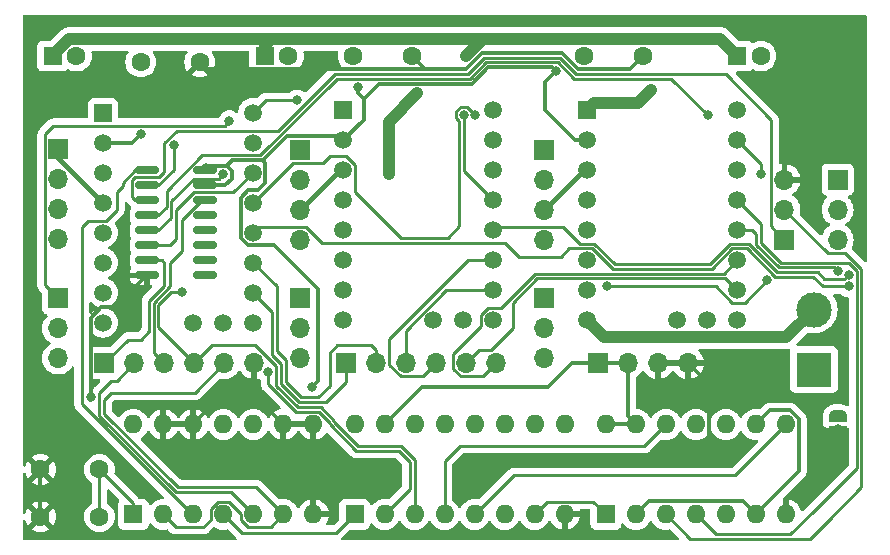
<source format=gbr>
%TF.GenerationSoftware,KiCad,Pcbnew,8.0.4-8.0.4-0~ubuntu24.04.1*%
%TF.CreationDate,2024-08-20T13:37:47+02:00*%
%TF.ProjectId,motor-driver-breakout,6d6f746f-722d-4647-9269-7665722d6272,rev?*%
%TF.SameCoordinates,Original*%
%TF.FileFunction,Copper,L1,Top*%
%TF.FilePolarity,Positive*%
%FSLAX46Y46*%
G04 Gerber Fmt 4.6, Leading zero omitted, Abs format (unit mm)*
G04 Created by KiCad (PCBNEW 8.0.4-8.0.4-0~ubuntu24.04.1) date 2024-08-20 13:37:47*
%MOMM*%
%LPD*%
G01*
G04 APERTURE LIST*
G04 Aperture macros list*
%AMRoundRect*
0 Rectangle with rounded corners*
0 $1 Rounding radius*
0 $2 $3 $4 $5 $6 $7 $8 $9 X,Y pos of 4 corners*
0 Add a 4 corners polygon primitive as box body*
4,1,4,$2,$3,$4,$5,$6,$7,$8,$9,$2,$3,0*
0 Add four circle primitives for the rounded corners*
1,1,$1+$1,$2,$3*
1,1,$1+$1,$4,$5*
1,1,$1+$1,$6,$7*
1,1,$1+$1,$8,$9*
0 Add four rect primitives between the rounded corners*
20,1,$1+$1,$2,$3,$4,$5,0*
20,1,$1+$1,$4,$5,$6,$7,0*
20,1,$1+$1,$6,$7,$8,$9,0*
20,1,$1+$1,$8,$9,$2,$3,0*%
%AMFreePoly0*
4,1,19,0.500000,-0.750000,0.000000,-0.750000,0.000000,-0.744911,-0.071157,-0.744911,-0.207708,-0.704816,-0.327430,-0.627875,-0.420627,-0.520320,-0.479746,-0.390866,-0.500000,-0.250000,-0.500000,0.250000,-0.479746,0.390866,-0.420627,0.520320,-0.327430,0.627875,-0.207708,0.704816,-0.071157,0.744911,0.000000,0.744911,0.000000,0.750000,0.500000,0.750000,0.500000,-0.750000,0.500000,-0.750000,
$1*%
%AMFreePoly1*
4,1,19,0.000000,0.744911,0.071157,0.744911,0.207708,0.704816,0.327430,0.627875,0.420627,0.520320,0.479746,0.390866,0.500000,0.250000,0.500000,-0.250000,0.479746,-0.390866,0.420627,-0.520320,0.327430,-0.627875,0.207708,-0.704816,0.071157,-0.744911,0.000000,-0.744911,0.000000,-0.750000,-0.500000,-0.750000,-0.500000,0.750000,0.000000,0.750000,0.000000,0.744911,0.000000,0.744911,
$1*%
G04 Aperture macros list end*
%TA.AperFunction,SMDPad,CuDef*%
%ADD10FreePoly0,90.000000*%
%TD*%
%TA.AperFunction,SMDPad,CuDef*%
%ADD11FreePoly1,90.000000*%
%TD*%
%TA.AperFunction,ComponentPad*%
%ADD12R,1.700000X1.700000*%
%TD*%
%TA.AperFunction,ComponentPad*%
%ADD13O,1.700000X1.700000*%
%TD*%
%TA.AperFunction,ComponentPad*%
%ADD14R,3.000000X3.000000*%
%TD*%
%TA.AperFunction,ComponentPad*%
%ADD15C,3.000000*%
%TD*%
%TA.AperFunction,ComponentPad*%
%ADD16R,1.600000X1.600000*%
%TD*%
%TA.AperFunction,ComponentPad*%
%ADD17C,1.600000*%
%TD*%
%TA.AperFunction,ComponentPad*%
%ADD18C,1.508000*%
%TD*%
%TA.AperFunction,ComponentPad*%
%ADD19R,1.508000X1.508000*%
%TD*%
%TA.AperFunction,ComponentPad*%
%ADD20O,1.600000X1.600000*%
%TD*%
%TA.AperFunction,SMDPad,CuDef*%
%ADD21RoundRect,0.150000X-0.825000X-0.150000X0.825000X-0.150000X0.825000X0.150000X-0.825000X0.150000X0*%
%TD*%
%TA.AperFunction,ViaPad*%
%ADD22C,0.800000*%
%TD*%
%TA.AperFunction,Conductor*%
%ADD23C,0.250000*%
%TD*%
%TA.AperFunction,Conductor*%
%ADD24C,1.000000*%
%TD*%
%TA.AperFunction,Conductor*%
%ADD25C,0.300000*%
%TD*%
%TA.AperFunction,Conductor*%
%ADD26C,0.600000*%
%TD*%
%TA.AperFunction,Conductor*%
%ADD27C,0.400000*%
%TD*%
G04 APERTURE END LIST*
D10*
%TO.P,JP1,1,A*%
%TO.N,GND*%
X222500000Y-64800000D03*
D11*
%TO.P,JP1,2,B*%
%TO.N,GNDPWR*%
X222500000Y-63500000D03*
%TD*%
D12*
%TO.P,J13,1,Pin_1*%
%TO.N,+5V*%
X202200000Y-59000000D03*
D13*
%TO.P,J13,2,Pin_2*%
X204740000Y-59000000D03*
%TO.P,J13,3,Pin_3*%
%TO.N,GND*%
X207280000Y-59000000D03*
%TO.P,J13,4,Pin_4*%
X209820000Y-59000000D03*
%TD*%
D14*
%TO.P,J12,1,Pin_1*%
%TO.N,GNDPWR*%
X220500000Y-59540000D03*
D15*
%TO.P,J12,2,Pin_2*%
%TO.N,VCC*%
X220500000Y-54460000D03*
%TD*%
D16*
%TO.P,C1,1*%
%TO.N,VCC*%
X214000000Y-33000000D03*
D17*
%TO.P,C1,2*%
%TO.N,GNDPWR*%
X216000000Y-33000000D03*
%TD*%
%TO.P,C4,1*%
%TO.N,+5V*%
X201000000Y-33000000D03*
%TO.P,C4,2*%
%TO.N,GND*%
X206000000Y-33000000D03*
%TD*%
D18*
%TO.P,U6,18,DIAG*%
%TO.N,unconnected-(U6-DIAG-Pad18)*%
X190810000Y-55390000D03*
%TO.P,U6,17,INDEX*%
%TO.N,unconnected-(U6-INDEX-Pad17)*%
X188270000Y-55390000D03*
%TO.P,U6,16,~{EN}*%
%TO.N,/EN2*%
X193350000Y-55390000D03*
%TO.P,U6,15,MS1*%
%TO.N,/MS1-2*%
X193350000Y-52850000D03*
%TO.P,U6,14,MS2*%
%TO.N,/MS2-2*%
X193350000Y-50310000D03*
%TO.P,U6,13,SPRD*%
%TO.N,/SP2*%
X193350000Y-47770000D03*
%TO.P,U6,12,UART*%
%TO.N,/UART_RX_2*%
X193350000Y-45230000D03*
%TO.P,U6,11,PDN*%
%TO.N,/UART_TX_2*%
X193350000Y-42690000D03*
%TO.P,U6,10,STEP*%
%TO.N,/STEP2*%
X193350000Y-40150000D03*
%TO.P,U6,9,DIR*%
%TO.N,/DIR2*%
X193350000Y-37610000D03*
%TO.P,U6,8,VM*%
%TO.N,VCC*%
X180650000Y-55390000D03*
%TO.P,U6,7,GND*%
%TO.N,GNDPWR*%
X180650000Y-52850000D03*
%TO.P,U6,6,M2B*%
%TO.N,/M8*%
X180650000Y-50310000D03*
%TO.P,U6,5,M2A*%
%TO.N,/M6*%
X180650000Y-47770000D03*
%TO.P,U6,4,M1A*%
%TO.N,/M5*%
X180650000Y-45230000D03*
%TO.P,U6,3,M1B*%
%TO.N,/M7*%
X180650000Y-42690000D03*
%TO.P,U6,2,VIO*%
%TO.N,+5V*%
X180650000Y-40150000D03*
D19*
%TO.P,U6,1,GND*%
%TO.N,GNDPWR*%
X180650000Y-37610000D03*
%TD*%
D16*
%TO.P,U3,1,~{EN}*%
%TO.N,Net-(U3A-~{EN})*%
X181600000Y-71800000D03*
D20*
%TO.P,U3,2,A*%
%TO.N,/UART_Sel_A*%
X184140000Y-71800000D03*
%TO.P,U3,3,B*%
%TO.N,/UART_Sel_B*%
X186680000Y-71800000D03*
%TO.P,U3,4,~{Q0}*%
%TO.N,Net-(U3A-~{Q0})*%
X189220000Y-71800000D03*
%TO.P,U3,5,~{Q1}*%
%TO.N,Net-(U3A-~{Q1})*%
X191760000Y-71800000D03*
%TO.P,U3,6,~{Q2}*%
%TO.N,Net-(U3A-~{Q2})*%
X194300000Y-71800000D03*
%TO.P,U3,7,~{Q3}*%
%TO.N,Net-(U3A-~{Q3})*%
X196840000Y-71800000D03*
%TO.P,U3,8,GND*%
%TO.N,GND*%
X199380000Y-71800000D03*
%TO.P,U3,9,~{Q3}*%
%TO.N,unconnected-(U3B-~{Q3}-Pad9)*%
X199380000Y-64180000D03*
%TO.P,U3,10,~{Q2}*%
%TO.N,unconnected-(U3B-~{Q2}-Pad10)*%
X196840000Y-64180000D03*
%TO.P,U3,11,~{Q1}*%
%TO.N,unconnected-(U3B-~{Q1}-Pad11)*%
X194300000Y-64180000D03*
%TO.P,U3,12,~{Q0}*%
%TO.N,unconnected-(U3B-~{Q0}-Pad12)*%
X191760000Y-64180000D03*
%TO.P,U3,13,B*%
%TO.N,unconnected-(U3B-B-Pad13)*%
X189220000Y-64180000D03*
%TO.P,U3,14,A*%
%TO.N,unconnected-(U3B-A-Pad14)*%
X186680000Y-64180000D03*
%TO.P,U3,15,~{EN}*%
%TO.N,+5V*%
X184140000Y-64180000D03*
%TO.P,U3,16,VCC*%
X181600000Y-64180000D03*
%TD*%
D12*
%TO.P,J1,1,Pin_1*%
%TO.N,/UART_TX_4*%
X218000000Y-48540000D03*
D13*
%TO.P,J1,2,Pin_2*%
%TO.N,/UART_RX_4*%
X218000000Y-46000000D03*
%TO.P,J1,3,Pin_3*%
%TO.N,GND*%
X218000000Y-43460000D03*
%TD*%
D21*
%TO.P,U1,1,~{ENa}*%
%TO.N,/~{UART_EN}*%
X164025000Y-42690000D03*
%TO.P,U1,2,B*%
%TO.N,/UART_Sel_B*%
X164025000Y-43960000D03*
%TO.P,U1,3,I3a*%
%TO.N,/UART_TX_4*%
X164025000Y-45230000D03*
%TO.P,U1,4,I2a*%
%TO.N,/UART_TX_3*%
X164025000Y-46500000D03*
%TO.P,U1,5,I1a*%
%TO.N,/UART_TX_2*%
X164025000Y-47770000D03*
%TO.P,U1,6,I0a*%
%TO.N,/UART_TX_1*%
X164025000Y-49040000D03*
%TO.P,U1,7,Qa*%
%TO.N,/UART_TX_COM*%
X164025000Y-50310000D03*
%TO.P,U1,8,GND*%
%TO.N,GND*%
X164025000Y-51580000D03*
%TO.P,U1,9,Qb*%
%TO.N,unconnected-(U1-Qb-Pad9)*%
X168975000Y-51580000D03*
%TO.P,U1,10,I0b*%
%TO.N,unconnected-(U1-I0b-Pad10)*%
X168975000Y-50310000D03*
%TO.P,U1,11,I1b*%
%TO.N,unconnected-(U1-I1b-Pad11)*%
X168975000Y-49040000D03*
%TO.P,U1,12,I2b*%
%TO.N,unconnected-(U1-I2b-Pad12)*%
X168975000Y-47770000D03*
%TO.P,U1,13,I3b*%
%TO.N,unconnected-(U1-I3b-Pad13)*%
X168975000Y-46500000D03*
%TO.P,U1,14,A*%
%TO.N,/UART_Sel_A*%
X168975000Y-45230000D03*
%TO.P,U1,15,~{ENb}*%
%TO.N,+5V*%
X168975000Y-43960000D03*
%TO.P,U1,16,VCC*%
X168975000Y-42690000D03*
%TD*%
D12*
%TO.P,J7,1,Pin_1*%
%TO.N,/M1*%
X156500000Y-40905000D03*
D13*
%TO.P,J7,2,Pin_2*%
%TO.N,/M2*%
X156500000Y-43445000D03*
%TO.P,J7,3,Pin_3*%
%TO.N,/M3*%
X156500000Y-45985000D03*
%TO.P,J7,4,Pin_4*%
%TO.N,/M4*%
X156500000Y-48525000D03*
%TD*%
D17*
%TO.P,C2,1*%
%TO.N,+5V*%
X181500000Y-33000000D03*
%TO.P,C2,2*%
%TO.N,GND*%
X186500000Y-33000000D03*
%TD*%
%TO.P,C6,1*%
%TO.N,+5V*%
X163500000Y-33500000D03*
%TO.P,C6,2*%
%TO.N,GND*%
X168500000Y-33500000D03*
%TD*%
D16*
%TO.P,U2,1*%
%TO.N,Net-(U3A-~{Q3})*%
X202875000Y-71800000D03*
D20*
%TO.P,U2,2*%
%TO.N,+5V*%
X205415000Y-71800000D03*
%TO.P,U2,3*%
%TO.N,/UART_RX_4*%
X207955000Y-71800000D03*
%TO.P,U2,4*%
%TO.N,/UART_RX_3*%
X210495000Y-71800000D03*
%TO.P,U2,5*%
%TO.N,Net-(U3A-~{Q2})*%
X213035000Y-71800000D03*
%TO.P,U2,6*%
%TO.N,+5V*%
X215575000Y-71800000D03*
%TO.P,U2,7,Vss*%
%TO.N,GND*%
X218115000Y-71800000D03*
%TO.P,U2,8*%
%TO.N,Net-(U3A-~{Q1})*%
X218115000Y-64180000D03*
%TO.P,U2,9*%
%TO.N,+5V*%
X215575000Y-64180000D03*
%TO.P,U2,10*%
%TO.N,/UART_RX_2*%
X213035000Y-64180000D03*
%TO.P,U2,11*%
%TO.N,/UART_RX_1*%
X210495000Y-64180000D03*
%TO.P,U2,12*%
%TO.N,Net-(U3A-~{Q0})*%
X207955000Y-64180000D03*
%TO.P,U2,13*%
%TO.N,+5V*%
X205415000Y-64180000D03*
%TO.P,U2,14,Vdd*%
X202875000Y-64180000D03*
%TD*%
D12*
%TO.P,J10,1,Pin_1*%
%TO.N,/SP1*%
X222500000Y-43460000D03*
D13*
%TO.P,J10,2,Pin_2*%
%TO.N,/SP2*%
X222500000Y-46000000D03*
%TO.P,J10,3,Pin_3*%
%TO.N,/SP3*%
X222500000Y-48540000D03*
%TD*%
D12*
%TO.P,J11,1,Pin_1*%
%TO.N,/UART_TX_COM*%
X160420000Y-59000000D03*
D13*
%TO.P,J11,2,Pin_2*%
%TO.N,/UART_RX_COM*%
X162960000Y-59000000D03*
%TO.P,J11,3,Pin_3*%
%TO.N,/UART_Sel_A*%
X165500000Y-59000000D03*
%TO.P,J11,4,Pin_4*%
%TO.N,/UART_Sel_B*%
X168040000Y-59000000D03*
%TO.P,J11,5,Pin_5*%
%TO.N,/UART_EN*%
X170580000Y-59000000D03*
%TO.P,J11,6,Pin_6*%
%TO.N,GND*%
X173120000Y-59000000D03*
%TD*%
D12*
%TO.P,J8,1,Pin_1*%
%TO.N,/M5*%
X177000000Y-40945000D03*
D13*
%TO.P,J8,2,Pin_2*%
%TO.N,/M6*%
X177000000Y-43485000D03*
%TO.P,J8,3,Pin_3*%
%TO.N,/M7*%
X177000000Y-46025000D03*
%TO.P,J8,4,Pin_4*%
%TO.N,/M8*%
X177000000Y-48565000D03*
%TD*%
D16*
%TO.P,C5,1*%
%TO.N,VCC*%
X156044888Y-33000000D03*
D17*
%TO.P,C5,2*%
%TO.N,GNDPWR*%
X158044888Y-33000000D03*
%TD*%
D16*
%TO.P,U5,1*%
%TO.N,+5V*%
X162875000Y-71800000D03*
D20*
%TO.P,U5,2*%
%TO.N,/UART_EN*%
X165415000Y-71800000D03*
%TO.P,U5,3*%
%TO.N,/~{UART_EN}*%
X167955000Y-71800000D03*
%TO.P,U5,4*%
%TO.N,Net-(U3A-~{EN})*%
X170495000Y-71800000D03*
%TO.P,U5,5*%
%TO.N,/UART_RX_COM*%
X173035000Y-71800000D03*
%TO.P,U5,6*%
%TO.N,/UART_EN*%
X175575000Y-71800000D03*
%TO.P,U5,7,Vss*%
%TO.N,GND*%
X178115000Y-71800000D03*
%TO.P,U5,8*%
X178115000Y-64180000D03*
%TO.P,U5,9*%
X175575000Y-64180000D03*
%TO.P,U5,10*%
%TO.N,unconnected-(U5-Pad10)*%
X173035000Y-64180000D03*
%TO.P,U5,11*%
%TO.N,unconnected-(U5-Pad11)*%
X170495000Y-64180000D03*
%TO.P,U5,12*%
%TO.N,GND*%
X167955000Y-64180000D03*
%TO.P,U5,13*%
X165415000Y-64180000D03*
%TO.P,U5,14,Vdd*%
%TO.N,+5V*%
X162875000Y-64180000D03*
%TD*%
D12*
%TO.P,J4,1,Pin_1*%
%TO.N,/MS1-1*%
X180880000Y-59000000D03*
D13*
%TO.P,J4,2,Pin_2*%
%TO.N,/MS2-1*%
X183420000Y-59000000D03*
%TO.P,J4,3,Pin_3*%
%TO.N,/MS1-2*%
X185960000Y-59000000D03*
%TO.P,J4,4,Pin_4*%
%TO.N,/MS2-2*%
X188500000Y-59000000D03*
%TO.P,J4,5,Pin_5*%
%TO.N,/MS1-3*%
X191040000Y-59000000D03*
%TO.P,J4,6,Pin_6*%
%TO.N,/MS2-3*%
X193580000Y-59000000D03*
%TD*%
D19*
%TO.P,U7,1,GND*%
%TO.N,GNDPWR*%
X201300000Y-37610000D03*
D18*
%TO.P,U7,2,VIO*%
%TO.N,+5V*%
X201300000Y-40150000D03*
%TO.P,U7,3,M1B*%
%TO.N,/M11*%
X201300000Y-42690000D03*
%TO.P,U7,4,M1A*%
%TO.N,/M9*%
X201300000Y-45230000D03*
%TO.P,U7,5,M2A*%
%TO.N,/M10*%
X201300000Y-47770000D03*
%TO.P,U7,6,M2B*%
%TO.N,/M12*%
X201300000Y-50310000D03*
%TO.P,U7,7,GND*%
%TO.N,GNDPWR*%
X201300000Y-52850000D03*
%TO.P,U7,8,VM*%
%TO.N,VCC*%
X201300000Y-55390000D03*
%TO.P,U7,9,DIR*%
%TO.N,/DIR3*%
X214000000Y-37610000D03*
%TO.P,U7,10,STEP*%
%TO.N,/STEP3*%
X214000000Y-40150000D03*
%TO.P,U7,11,PDN*%
%TO.N,/UART_TX_3*%
X214000000Y-42690000D03*
%TO.P,U7,12,UART*%
%TO.N,/UART_RX_3*%
X214000000Y-45230000D03*
%TO.P,U7,13,SPRD*%
%TO.N,/SP3*%
X214000000Y-47770000D03*
%TO.P,U7,14,MS2*%
%TO.N,/MS2-3*%
X214000000Y-50310000D03*
%TO.P,U7,15,MS1*%
%TO.N,/MS1-3*%
X214000000Y-52850000D03*
%TO.P,U7,16,~{EN}*%
%TO.N,/EN3*%
X214000000Y-55390000D03*
%TO.P,U7,17,INDEX*%
%TO.N,unconnected-(U7-INDEX-Pad17)*%
X208920000Y-55390000D03*
%TO.P,U7,18,DIAG*%
%TO.N,unconnected-(U7-DIAG-Pad18)*%
X211460000Y-55390000D03*
%TD*%
D12*
%TO.P,J5,1,Pin_1*%
%TO.N,/STEP1*%
X156500000Y-53525000D03*
D13*
%TO.P,J5,2,Pin_2*%
%TO.N,/STEP2*%
X156500000Y-56065000D03*
%TO.P,J5,3,Pin_3*%
%TO.N,/STEP3*%
X156500000Y-58605000D03*
%TD*%
D16*
%TO.P,C3,1*%
%TO.N,VCC*%
X174000000Y-33000000D03*
D17*
%TO.P,C3,2*%
%TO.N,GNDPWR*%
X176000000Y-33000000D03*
%TD*%
%TO.P,C8,1*%
%TO.N,+5V*%
X160000000Y-68000000D03*
%TO.P,C8,2*%
%TO.N,GND*%
X155000000Y-68000000D03*
%TD*%
D12*
%TO.P,J3,1,Pin_1*%
%TO.N,/EN1*%
X177000000Y-53525000D03*
D13*
%TO.P,J3,2,Pin_2*%
%TO.N,/EN2*%
X177000000Y-56065000D03*
%TO.P,J3,3,Pin_3*%
%TO.N,/EN3*%
X177000000Y-58605000D03*
%TD*%
D12*
%TO.P,J9,1,Pin_1*%
%TO.N,/M9*%
X197650000Y-40945000D03*
D13*
%TO.P,J9,2,Pin_2*%
%TO.N,/M10*%
X197650000Y-43485000D03*
%TO.P,J9,3,Pin_3*%
%TO.N,/M11*%
X197650000Y-46025000D03*
%TO.P,J9,4,Pin_4*%
%TO.N,/M12*%
X197650000Y-48565000D03*
%TD*%
D17*
%TO.P,C7,1*%
%TO.N,+5V*%
X160000000Y-72000000D03*
%TO.P,C7,2*%
%TO.N,GND*%
X155000000Y-72000000D03*
%TD*%
D12*
%TO.P,J6,1,Pin_1*%
%TO.N,/DIR1*%
X197650000Y-53485000D03*
D13*
%TO.P,J6,2,Pin_2*%
%TO.N,/DIR2*%
X197650000Y-56025000D03*
%TO.P,J6,3,Pin_3*%
%TO.N,/DIR3*%
X197650000Y-58565000D03*
%TD*%
D19*
%TO.P,U4,1,GND*%
%TO.N,GNDPWR*%
X160300000Y-37800000D03*
D18*
%TO.P,U4,2,VIO*%
%TO.N,+5V*%
X160300000Y-40340000D03*
%TO.P,U4,3,M1B*%
%TO.N,/M3*%
X160300000Y-42880000D03*
%TO.P,U4,4,M1A*%
%TO.N,/M1*%
X160300000Y-45420000D03*
%TO.P,U4,5,M2A*%
%TO.N,/M2*%
X160300000Y-47960000D03*
%TO.P,U4,6,M2B*%
%TO.N,/M4*%
X160300000Y-50500000D03*
%TO.P,U4,7,GND*%
%TO.N,GNDPWR*%
X160300000Y-53040000D03*
%TO.P,U4,8,VM*%
%TO.N,VCC*%
X160300000Y-55580000D03*
%TO.P,U4,9,DIR*%
%TO.N,/DIR1*%
X173000000Y-37800000D03*
%TO.P,U4,10,STEP*%
%TO.N,/STEP1*%
X173000000Y-40340000D03*
%TO.P,U4,11,PDN*%
%TO.N,/UART_TX_1*%
X173000000Y-42880000D03*
%TO.P,U4,12,UART*%
%TO.N,/UART_RX_1*%
X173000000Y-45420000D03*
%TO.P,U4,13,SPRD*%
%TO.N,/SP1*%
X173000000Y-47960000D03*
%TO.P,U4,14,MS2*%
%TO.N,/MS2-1*%
X173000000Y-50500000D03*
%TO.P,U4,15,MS1*%
%TO.N,/MS1-1*%
X173000000Y-53040000D03*
%TO.P,U4,16,~{EN}*%
%TO.N,/EN1*%
X173000000Y-55580000D03*
%TO.P,U4,17,INDEX*%
%TO.N,unconnected-(U4-INDEX-Pad17)*%
X167920000Y-55580000D03*
%TO.P,U4,18,DIAG*%
%TO.N,unconnected-(U4-DIAG-Pad18)*%
X170460000Y-55580000D03*
%TD*%
D22*
%TO.N,GND*%
X159325000Y-61874400D03*
%TO.N,/UART_TX_2*%
X170500000Y-43000000D03*
%TO.N,+5V*%
X178000000Y-61000000D03*
%TO.N,GND*%
X222495710Y-64555000D03*
X210959682Y-66540318D03*
%TO.N,VCC*%
X191000000Y-33000000D03*
X186893200Y-36169600D03*
X184500000Y-43000000D03*
%TO.N,/DIR1*%
X176739859Y-36739859D03*
%TO.N,+5V*%
X198620521Y-34297477D03*
%TO.N,GNDPWR*%
X206705200Y-35915600D03*
%TO.N,+5V*%
X181864000Y-35600000D03*
%TO.N,GNDPWR*%
X222500000Y-63500000D03*
%TO.N,+5V*%
X169000000Y-42500000D03*
X163500000Y-39586000D03*
%TO.N,/STEP1*%
X171000000Y-38500000D03*
%TO.N,/SP1*%
X223425000Y-52500000D03*
%TO.N,/UART_RX_1*%
X216500000Y-52000000D03*
%TO.N,/SP2*%
X223425000Y-51500000D03*
%TO.N,/SP3*%
X222500000Y-51175000D03*
%TO.N,/UART_Sel_B*%
X167000000Y-53000000D03*
X166325000Y-40500000D03*
%TO.N,/UART_TX_3*%
X211500000Y-38000000D03*
%TO.N,/UART_Sel_A*%
X174286458Y-59774198D03*
%TO.N,/UART_RX_1*%
X191820800Y-37964000D03*
X203000000Y-52500000D03*
%TO.N,/STEP3*%
X216000000Y-43000000D03*
%TO.N,/UART_RX_2*%
X190866207Y-37964000D03*
%TD*%
D23*
%TO.N,/UART_RX_1*%
X179500000Y-41500000D02*
X178930000Y-42070000D01*
X180915226Y-41500000D02*
X179500000Y-41500000D01*
X190191207Y-37684405D02*
X190191207Y-38243595D01*
X185559000Y-48399000D02*
X181679000Y-44519000D01*
X181679000Y-44519000D02*
X181679000Y-42263774D01*
X178930000Y-42070000D02*
X176350000Y-42070000D01*
X190466207Y-47430193D02*
X189497400Y-48399000D01*
X181679000Y-42263774D02*
X180915226Y-41500000D01*
X189497400Y-48399000D02*
X185559000Y-48399000D01*
X190466207Y-38518595D02*
X190466207Y-47430193D01*
X190191207Y-38243595D02*
X190466207Y-38518595D01*
X190586612Y-37289000D02*
X190191207Y-37684405D01*
X191145800Y-37289000D02*
X190586612Y-37289000D01*
X191820800Y-37964000D02*
X191145800Y-37289000D01*
X176350000Y-42070000D02*
X173000000Y-45420000D01*
D24*
%TO.N,VCC*%
X186893200Y-36169600D02*
X184500000Y-38562800D01*
X184500000Y-38562800D02*
X184500000Y-43000000D01*
D25*
%TO.N,+5V*%
X198288244Y-33965200D02*
X192933938Y-33965200D01*
X200271600Y-40150000D02*
X201300000Y-40150000D01*
X198620521Y-34297477D02*
X197713600Y-35204398D01*
X197713600Y-35204398D02*
X197713600Y-37592000D01*
X197713600Y-37592000D02*
X200271600Y-40150000D01*
X198620521Y-34297477D02*
X198288244Y-33965200D01*
X192933938Y-33965200D02*
X191549138Y-35350000D01*
X191549138Y-35350000D02*
X183699600Y-35350000D01*
X183699600Y-35350000D02*
X182400000Y-36649600D01*
X181864000Y-35600000D02*
X181864000Y-36113600D01*
X181864000Y-36113600D02*
X182400000Y-36649600D01*
D23*
%TO.N,/UART_RX_2*%
X190866207Y-42746207D02*
X193350000Y-45230000D01*
X190866207Y-37964000D02*
X190866207Y-42746207D01*
D25*
%TO.N,+5V*%
X182400000Y-36649600D02*
X182400000Y-38400000D01*
D23*
%TO.N,/UART_TX_3*%
X164025000Y-46500000D02*
X165000000Y-46500000D01*
X165000000Y-46500000D02*
X165700000Y-45800000D01*
X168683804Y-41401000D02*
X173599000Y-41401000D01*
X165700000Y-45800000D02*
X165700000Y-44384804D01*
X173599000Y-41401000D02*
X180075000Y-34925000D01*
X165700000Y-44384804D02*
X168683804Y-41401000D01*
X192757897Y-33540200D02*
X198817839Y-33540200D01*
X200202639Y-34925000D02*
X208425000Y-34925000D01*
X180075000Y-34925000D02*
X191373097Y-34925000D01*
X191373097Y-34925000D02*
X192757897Y-33540200D01*
X198817839Y-33540200D02*
X200202639Y-34925000D01*
X208425000Y-34925000D02*
X211500000Y-38000000D01*
%TO.N,/UART_TX_4*%
X191207411Y-34525000D02*
X192592211Y-33140200D01*
X165030196Y-43265000D02*
X165500000Y-42795196D01*
X200368325Y-34525000D02*
X213025000Y-34525000D01*
X166559405Y-39311000D02*
X175123314Y-39311000D01*
X192592211Y-33140200D02*
X198983524Y-33140200D01*
X175123314Y-39311000D02*
X179909314Y-34525000D01*
X165500000Y-40370405D02*
X166559405Y-39311000D01*
X165500000Y-42795196D02*
X165500000Y-40370405D01*
X162775000Y-43530687D02*
X163040687Y-43265000D01*
X216875000Y-38375000D02*
X216875000Y-47415000D01*
X162775000Y-44954999D02*
X162775000Y-43530687D01*
X163040687Y-43265000D02*
X165030196Y-43265000D01*
X179909314Y-34525000D02*
X191207411Y-34525000D01*
X213025000Y-34525000D02*
X216875000Y-38375000D01*
X163050001Y-45230000D02*
X162775000Y-44954999D01*
X164025000Y-45230000D02*
X163050001Y-45230000D01*
X199422125Y-33578800D02*
X200368325Y-34525000D01*
X198983524Y-33140200D02*
X199422125Y-33578800D01*
X216875000Y-47415000D02*
X218000000Y-48540000D01*
D25*
%TO.N,GND*%
X187600000Y-34100000D02*
X191031370Y-34100000D01*
X191031370Y-34100000D02*
X192416170Y-32715200D01*
X192416170Y-32715200D02*
X199159565Y-32715200D01*
X204900000Y-34100000D02*
X206000000Y-33000000D01*
X199159565Y-32715200D02*
X200544365Y-34100000D01*
X200544365Y-34100000D02*
X204900000Y-34100000D01*
D24*
%TO.N,GNDPWR*%
X201910000Y-37000000D02*
X201300000Y-37610000D01*
X206705200Y-35915600D02*
X205620800Y-37000000D01*
X205620800Y-37000000D02*
X201910000Y-37000000D01*
D23*
%TO.N,/UART_EN*%
X165415000Y-71800000D02*
X166490000Y-72875000D01*
X166490000Y-72875000D02*
X168790280Y-72875000D01*
X168790280Y-72875000D02*
X169420000Y-72245280D01*
X169420000Y-72245280D02*
X169420000Y-71354720D01*
X170049720Y-70725000D02*
X170940280Y-70725000D01*
X169420000Y-71354720D02*
X170049720Y-70725000D01*
X174500000Y-72875000D02*
X175575000Y-71800000D01*
X170940280Y-70725000D02*
X171960000Y-71744720D01*
X171960000Y-71744720D02*
X171960000Y-72245280D01*
X171960000Y-72245280D02*
X172589720Y-72875000D01*
X172589720Y-72875000D02*
X174500000Y-72875000D01*
%TO.N,/~{UART_EN}*%
X167955000Y-71800000D02*
X167800000Y-71800000D01*
X162000000Y-43740001D02*
X163050001Y-42690000D01*
X167800000Y-71800000D02*
X158500000Y-62500000D01*
X158500000Y-62500000D02*
X158500000Y-47500000D01*
X163050001Y-42690000D02*
X164025000Y-42690000D01*
X158500000Y-47500000D02*
X159069000Y-46931000D01*
X159069000Y-46931000D02*
X160569000Y-46931000D01*
X160569000Y-46931000D02*
X161500000Y-46000000D01*
X162000000Y-44000000D02*
X162000000Y-43740001D01*
X161500000Y-46000000D02*
X161500000Y-44500000D01*
X161500000Y-44500000D02*
X162000000Y-44000000D01*
%TO.N,/UART_RX_COM*%
X173035000Y-71800000D02*
X171129400Y-69894400D01*
X166460086Y-69894400D02*
X160000000Y-63434314D01*
X171129400Y-69894400D02*
X166460086Y-69894400D01*
X160000000Y-63434314D02*
X160000000Y-61500000D01*
X160000000Y-61500000D02*
X161000000Y-60500000D01*
X161000000Y-60500000D02*
X161460000Y-60500000D01*
X161460000Y-60500000D02*
X162960000Y-59000000D01*
%TO.N,/UART_EN*%
X175575000Y-71800000D02*
X173269400Y-69494400D01*
X173269400Y-69494400D02*
X166625772Y-69494400D01*
X166625772Y-69494400D02*
X160400000Y-63268628D01*
X160400000Y-63268628D02*
X160400000Y-62100000D01*
X160400000Y-62100000D02*
X161000000Y-61500000D01*
X161000000Y-61500000D02*
X168080000Y-61500000D01*
X168080000Y-61500000D02*
X170580000Y-59000000D01*
%TO.N,Net-(U3A-~{EN})*%
X170495000Y-71800000D02*
X172050200Y-73355200D01*
X172050200Y-73355200D02*
X180044800Y-73355200D01*
X180044800Y-73355200D02*
X181600000Y-71800000D01*
D25*
%TO.N,GND*%
X159246000Y-55143418D02*
X159246000Y-61795400D01*
X160138418Y-54251000D02*
X159246000Y-55143418D01*
X159246000Y-61795400D02*
X159325000Y-61874400D01*
X161354000Y-54251000D02*
X160138418Y-54251000D01*
X164025000Y-51580000D02*
X161354000Y-54251000D01*
X211595000Y-60775000D02*
X209820000Y-59000000D01*
X210959682Y-66540318D02*
X211595000Y-65905000D01*
X211595000Y-65905000D02*
X211595000Y-60775000D01*
%TO.N,+5V*%
X173819000Y-41826000D02*
X174054000Y-42061000D01*
X174054000Y-43764960D02*
X173452960Y-44366000D01*
X174054000Y-42061000D02*
X174054000Y-43764960D01*
X172563418Y-44366000D02*
X171946000Y-44983418D01*
X173452960Y-44366000D02*
X172563418Y-44366000D01*
X171946000Y-44983418D02*
X171946000Y-48396582D01*
X178500000Y-60500000D02*
X178000000Y-61000000D01*
X171946000Y-48396582D02*
X172563418Y-49014000D01*
X172563418Y-49014000D02*
X174789000Y-49014000D01*
X174789000Y-49014000D02*
X178500000Y-52725000D01*
X178500000Y-52725000D02*
X178500000Y-60500000D01*
X187320000Y-61000000D02*
X198000000Y-61000000D01*
X184140000Y-64180000D02*
X187320000Y-61000000D01*
X198000000Y-61000000D02*
X200000000Y-59000000D01*
X200000000Y-59000000D02*
X202200000Y-59000000D01*
X215575000Y-71800000D02*
X214475000Y-70700000D01*
X214475000Y-70700000D02*
X206515000Y-70700000D01*
X206515000Y-70700000D02*
X205415000Y-71800000D01*
X215575000Y-71800000D02*
X219215000Y-68160000D01*
X219215000Y-68160000D02*
X219215000Y-63724365D01*
X216755000Y-63000000D02*
X215575000Y-64180000D01*
X219215000Y-63724365D02*
X218490635Y-63000000D01*
X218490635Y-63000000D02*
X216755000Y-63000000D01*
X205415000Y-64180000D02*
X202875000Y-64180000D01*
X204740000Y-59000000D02*
X204740000Y-63505000D01*
X204740000Y-63505000D02*
X205415000Y-64180000D01*
X202200000Y-59000000D02*
X204740000Y-59000000D01*
D23*
X160000000Y-68000000D02*
X162875000Y-70875000D01*
X162875000Y-70875000D02*
X162875000Y-71800000D01*
X160000000Y-68000000D02*
X160000000Y-72000000D01*
D25*
%TO.N,GND*%
X178115000Y-71800000D02*
X178115000Y-64180000D01*
X155000000Y-68000000D02*
X155000000Y-72000000D01*
X178115000Y-64180000D02*
X175575000Y-64180000D01*
X173120000Y-61725000D02*
X170410000Y-61725000D01*
X170410000Y-61725000D02*
X167955000Y-64180000D01*
X175575000Y-64180000D02*
X173120000Y-61725000D01*
X173120000Y-61725000D02*
X173120000Y-59000000D01*
X165415000Y-64180000D02*
X167955000Y-64180000D01*
D24*
%TO.N,VCC*%
X192450000Y-31550000D02*
X193500000Y-31550000D01*
X174500000Y-31550000D02*
X193500000Y-31550000D01*
X193500000Y-31550000D02*
X212550000Y-31550000D01*
X191000000Y-33000000D02*
X192450000Y-31550000D01*
D23*
%TO.N,/MS2-1*%
X173000000Y-50500000D02*
X175010000Y-52510000D01*
X175010000Y-52510000D02*
X175010000Y-58010000D01*
X175010000Y-58010000D02*
X175761458Y-58761458D01*
X175761458Y-58761458D02*
X175761458Y-60564400D01*
X175761458Y-60564400D02*
X177102058Y-61905000D01*
X178500000Y-61905000D02*
X179500000Y-60905000D01*
X177102058Y-61905000D02*
X178500000Y-61905000D01*
X179500000Y-60905000D02*
X179500000Y-58130000D01*
X179500000Y-58130000D02*
X180130000Y-57500000D01*
X180130000Y-57500000D02*
X183000000Y-57500000D01*
X183000000Y-57500000D02*
X183420000Y-57920000D01*
X183420000Y-57920000D02*
X183420000Y-59000000D01*
%TO.N,/MS1-1*%
X173000000Y-53040000D02*
X174610000Y-54650000D01*
X174610000Y-54650000D02*
X174610000Y-58333323D01*
X174610000Y-58333323D02*
X175361458Y-59084781D01*
X176936372Y-62305000D02*
X179195000Y-62305000D01*
X175361458Y-59084781D02*
X175361458Y-60730086D01*
X175361458Y-60730086D02*
X176936372Y-62305000D01*
X179195000Y-62305000D02*
X180880000Y-60620000D01*
X180880000Y-60620000D02*
X180880000Y-59000000D01*
%TO.N,/DIR1*%
X174060141Y-36739859D02*
X176739859Y-36739859D01*
X173000000Y-37800000D02*
X174060141Y-36739859D01*
D24*
%TO.N,VCC*%
X201300000Y-55390000D02*
X202704000Y-56794000D01*
X202704000Y-56794000D02*
X218166000Y-56794000D01*
X218166000Y-56794000D02*
X220500000Y-54460000D01*
D25*
%TO.N,GND*%
X187600000Y-34100000D02*
X169100000Y-34100000D01*
X169100000Y-34100000D02*
X168500000Y-33500000D01*
X186500000Y-33000000D02*
X187600000Y-34100000D01*
%TO.N,+5V*%
X180650000Y-40150000D02*
X182400000Y-38400000D01*
D24*
%TO.N,VCC*%
X157444278Y-31550000D02*
X174500000Y-31550000D01*
X174000000Y-33000000D02*
X174000000Y-32050000D01*
X174000000Y-32050000D02*
X174500000Y-31550000D01*
D23*
%TO.N,/SP1*%
X203466226Y-51021000D02*
X201726226Y-49281000D01*
X213573774Y-49281000D02*
X211833774Y-51021000D01*
X173520000Y-47440000D02*
X173000000Y-47960000D01*
X217212942Y-51700000D02*
X214793942Y-49281000D01*
X195500000Y-50000000D02*
X194299000Y-48799000D01*
X178824991Y-48799000D02*
X177465991Y-47440000D01*
X221249638Y-52500000D02*
X220449638Y-51700000D01*
X214793942Y-49281000D02*
X213573774Y-49281000D01*
X177465991Y-47440000D02*
X173520000Y-47440000D01*
X223425000Y-52500000D02*
X221249638Y-52500000D01*
X220449638Y-51700000D02*
X217212942Y-51700000D01*
X199073991Y-50000000D02*
X195500000Y-50000000D01*
X194299000Y-48799000D02*
X178824991Y-48799000D01*
X211833774Y-51021000D02*
X203466226Y-51021000D01*
X201726226Y-49281000D02*
X199792991Y-49281000D01*
X199792991Y-49281000D02*
X199073991Y-50000000D01*
%TO.N,/SP2*%
X214959628Y-48881000D02*
X213408088Y-48881000D01*
X201891912Y-48881000D02*
X200718995Y-48881000D01*
X221385405Y-51850000D02*
X220835405Y-51300000D01*
X200718995Y-48881000D02*
X199277995Y-47440000D01*
X193680000Y-47440000D02*
X193350000Y-47770000D01*
X223075000Y-51850000D02*
X221385405Y-51850000D01*
X220835405Y-51300000D02*
X217378628Y-51300000D01*
X211668088Y-50621000D02*
X203631912Y-50621000D01*
X199277995Y-47440000D02*
X193680000Y-47440000D01*
X223425000Y-51500000D02*
X223075000Y-51850000D01*
X213408088Y-48881000D02*
X211668088Y-50621000D01*
X217378628Y-51300000D02*
X214959628Y-48881000D01*
X203631912Y-50621000D02*
X201891912Y-48881000D01*
%TO.N,/SP3*%
X222500000Y-51175000D02*
X222225000Y-50900000D01*
X222225000Y-50900000D02*
X217544314Y-50900000D01*
X217544314Y-50900000D02*
X215600000Y-48955686D01*
X215600000Y-48955686D02*
X215600000Y-48100000D01*
X215270000Y-47770000D02*
X214000000Y-47770000D01*
X215600000Y-48100000D02*
X215270000Y-47770000D01*
%TO.N,/UART_RX_3*%
X220475000Y-71500000D02*
X224100000Y-67875000D01*
X217710000Y-50500000D02*
X216000000Y-48790000D01*
X224100000Y-67875000D02*
X224100000Y-51165686D01*
X224100000Y-51165686D02*
X223434314Y-50500000D01*
X223434314Y-50500000D02*
X217710000Y-50500000D01*
X216000000Y-48790000D02*
X216000000Y-47230000D01*
X216000000Y-47230000D02*
X214000000Y-45230000D01*
D24*
%TO.N,VCC*%
X156044888Y-33000000D02*
X156044888Y-32949390D01*
X156044888Y-32949390D02*
X157444278Y-31550000D01*
X212550000Y-31550000D02*
X214000000Y-33000000D01*
D25*
%TO.N,+5V*%
X170789950Y-42300000D02*
X171263950Y-41826000D01*
X171263950Y-41826000D02*
X173819000Y-41826000D01*
X173819000Y-41826000D02*
X175850000Y-39795000D01*
X175850000Y-39795000D02*
X180295000Y-39795000D01*
X180295000Y-39795000D02*
X180650000Y-40150000D01*
X171200000Y-43410000D02*
X170650000Y-43960000D01*
X170650000Y-43960000D02*
X168975000Y-43960000D01*
X170789950Y-42300000D02*
X171200000Y-42710050D01*
X171200000Y-42710050D02*
X171200000Y-43410000D01*
X169000000Y-42500000D02*
X169200000Y-42300000D01*
X169200000Y-42300000D02*
X170789950Y-42300000D01*
X162746000Y-40340000D02*
X163500000Y-39586000D01*
X160300000Y-40340000D02*
X162746000Y-40340000D01*
D23*
%TO.N,/STEP1*%
X155375000Y-39625000D02*
X156089000Y-38911000D01*
X170589000Y-38911000D02*
X171000000Y-38500000D01*
X155375000Y-52400000D02*
X155375000Y-39625000D01*
X156089000Y-38911000D02*
X170589000Y-38911000D01*
X156500000Y-53525000D02*
X155375000Y-52400000D01*
%TO.N,/UART_TX_COM*%
X160420000Y-59000000D02*
X162420000Y-57000000D01*
X162420000Y-57000000D02*
X163500000Y-57000000D01*
X165500000Y-52434314D02*
X165500000Y-50500000D01*
X163500000Y-57000000D02*
X164200000Y-56300000D01*
X164200000Y-56300000D02*
X164200000Y-53734314D01*
X164200000Y-53734314D02*
X165500000Y-52434314D01*
X165500000Y-50500000D02*
X165310000Y-50310000D01*
X165310000Y-50310000D02*
X164025000Y-50310000D01*
%TO.N,/UART_Sel_B*%
X167000000Y-53000000D02*
X166065686Y-53000000D01*
X166065686Y-53000000D02*
X165000000Y-54065686D01*
X165000000Y-54065686D02*
X165000000Y-55960000D01*
X165000000Y-55960000D02*
X168040000Y-59000000D01*
%TO.N,/UART_RX_4*%
X218000000Y-46000000D02*
X221665000Y-49665000D01*
X224500000Y-69500000D02*
X221500000Y-72500000D01*
X221665000Y-49665000D02*
X223165000Y-49665000D01*
X223165000Y-49665000D02*
X224500000Y-51000000D01*
X224500000Y-51000000D02*
X224500000Y-69500000D01*
D26*
%TO.N,GNDPWR*%
X219960000Y-59000000D02*
X220500000Y-59540000D01*
D23*
%TO.N,/UART_RX_1*%
X216500000Y-52000000D02*
X214621000Y-53879000D01*
X214621000Y-53879000D02*
X213573774Y-53879000D01*
X213573774Y-53879000D02*
X212194774Y-52500000D01*
X212194774Y-52500000D02*
X203000000Y-52500000D01*
%TO.N,/UART_RX_4*%
X222000000Y-72000000D02*
X220125000Y-73875000D01*
X220125000Y-73875000D02*
X210030000Y-73875000D01*
X210030000Y-73875000D02*
X207955000Y-71800000D01*
%TO.N,/UART_Sel_B*%
X176770686Y-62705000D02*
X174961458Y-60895772D01*
X181904720Y-66005000D02*
X179900000Y-64000280D01*
X185505000Y-66005000D02*
X181904720Y-66005000D01*
X186680000Y-71800000D02*
X186680000Y-67180000D01*
X166325000Y-40500000D02*
X166325000Y-42634999D01*
X174961458Y-59250467D02*
X173190991Y-57480000D01*
X169560000Y-57480000D02*
X168040000Y-59000000D01*
X186680000Y-67180000D02*
X185505000Y-66005000D01*
X166325000Y-42634999D02*
X164999999Y-43960000D01*
X179900000Y-63879034D02*
X178725966Y-62705000D01*
X178725966Y-62705000D02*
X176770686Y-62705000D01*
X164999999Y-43960000D02*
X164025000Y-43960000D01*
X179900000Y-64000280D02*
X179900000Y-63879034D01*
X173190991Y-57480000D02*
X169560000Y-57480000D01*
X174961458Y-60895772D02*
X174961458Y-59250467D01*
%TO.N,/UART_TX_1*%
X166500000Y-48500000D02*
X166500000Y-46004804D01*
X165960000Y-49040000D02*
X166500000Y-48500000D01*
X167969804Y-44535000D02*
X171345000Y-44535000D01*
X166500000Y-46004804D02*
X167969804Y-44535000D01*
X164025000Y-49040000D02*
X165960000Y-49040000D01*
X171345000Y-44535000D02*
X173000000Y-42880000D01*
%TO.N,/UART_TX_2*%
X164999999Y-47770000D02*
X164025000Y-47770000D01*
X166100000Y-46669999D02*
X164999999Y-47770000D01*
X170115000Y-43385000D02*
X167969804Y-43385000D01*
X166100000Y-45254804D02*
X166100000Y-46669999D01*
X167969804Y-43385000D02*
X166100000Y-45254804D01*
X170500000Y-43000000D02*
X170115000Y-43385000D01*
%TO.N,/UART_Sel_A*%
X167000000Y-46894804D02*
X168664804Y-45230000D01*
X167000000Y-49500000D02*
X167000000Y-46894804D01*
X174286458Y-59774198D02*
X174286458Y-60786458D01*
X168664804Y-45230000D02*
X168975000Y-45230000D01*
X174286458Y-60786458D02*
X176605000Y-63105000D01*
X178560280Y-63105000D02*
X179500000Y-64044720D01*
X181739034Y-66405000D02*
X185339314Y-66405000D01*
X176605000Y-63105000D02*
X178560280Y-63105000D01*
X186280000Y-67345686D02*
X186280000Y-69660000D01*
X164600000Y-58100000D02*
X164600000Y-53900000D01*
X185339314Y-66405000D02*
X186280000Y-67345686D01*
X166000000Y-50500000D02*
X167000000Y-49500000D01*
X166000000Y-52500000D02*
X166000000Y-50500000D01*
X164600000Y-53900000D02*
X166000000Y-52500000D01*
X179500000Y-64044720D02*
X179500000Y-64165966D01*
X186280000Y-69660000D02*
X184140000Y-71800000D01*
X179500000Y-64165966D02*
X181739034Y-66405000D01*
X165500000Y-59000000D02*
X164600000Y-58100000D01*
%TO.N,/UART_TX_COM*%
X163714804Y-50310000D02*
X164025000Y-50310000D01*
%TO.N,/UART_RX_1*%
X210495000Y-64180000D02*
X210530991Y-64180000D01*
%TO.N,/MS1-2*%
X185960000Y-59000000D02*
X185960000Y-56244774D01*
X185960000Y-56244774D02*
X189354774Y-52850000D01*
X189354774Y-52850000D02*
X193350000Y-52850000D01*
%TO.N,/MS2-2*%
X188500000Y-59000000D02*
X187375000Y-60125000D01*
X187375000Y-60125000D02*
X185494009Y-60125000D01*
X185494009Y-60125000D02*
X184545000Y-59175991D01*
X184545000Y-56955000D02*
X191190000Y-50310000D01*
X184545000Y-59175991D02*
X184545000Y-56955000D01*
X191190000Y-50310000D02*
X193350000Y-50310000D01*
%TO.N,/MS2-3*%
X192321000Y-54963774D02*
X192923774Y-54361000D01*
X192455000Y-60125000D02*
X190574009Y-60125000D01*
X193958314Y-54361000D02*
X196898314Y-51421000D01*
X196898314Y-51421000D02*
X212889000Y-51421000D01*
X193580000Y-59000000D02*
X192455000Y-60125000D01*
X192923774Y-54361000D02*
X193958314Y-54361000D01*
X189915000Y-58222226D02*
X192321000Y-55816226D01*
X190574009Y-60125000D02*
X189915000Y-59465991D01*
X189915000Y-59465991D02*
X189915000Y-58222226D01*
X212889000Y-51421000D02*
X214000000Y-50310000D01*
X192321000Y-55816226D02*
X192321000Y-54963774D01*
%TO.N,/STEP3*%
X216000000Y-43000000D02*
X216000000Y-42150000D01*
X216000000Y-42150000D02*
X214000000Y-40150000D01*
%TO.N,/MS1-3*%
X195000000Y-53885000D02*
X197064000Y-51821000D01*
X193125000Y-57875000D02*
X195000000Y-56000000D01*
X192165000Y-57875000D02*
X193125000Y-57875000D01*
X212971000Y-51821000D02*
X214000000Y-52850000D01*
X195000000Y-56000000D02*
X195000000Y-53885000D01*
X191040000Y-59000000D02*
X192165000Y-57875000D01*
X197064000Y-51821000D02*
X212971000Y-51821000D01*
%TO.N,Net-(U3A-~{Q3})*%
X197915000Y-70725000D02*
X201800000Y-70725000D01*
X196840000Y-71800000D02*
X197915000Y-70725000D01*
X201800000Y-70725000D02*
X202875000Y-71800000D01*
%TO.N,Net-(U3A-~{Q1})*%
X195060000Y-68500000D02*
X213795000Y-68500000D01*
X191760000Y-71800000D02*
X195060000Y-68500000D01*
X213795000Y-68500000D02*
X218115000Y-64180000D01*
%TO.N,Net-(U3A-~{Q0})*%
X189220000Y-67280000D02*
X190495000Y-66005000D01*
X206130000Y-66005000D02*
X207955000Y-64180000D01*
X189220000Y-71800000D02*
X189220000Y-67280000D01*
X190495000Y-66005000D02*
X206130000Y-66005000D01*
D27*
%TO.N,/M4*%
X156500000Y-47960000D02*
X156500000Y-47856698D01*
%TO.N,/M1*%
X156500000Y-40905000D02*
X156500000Y-41620000D01*
X156500000Y-41620000D02*
X160300000Y-45420000D01*
%TO.N,/M7*%
X177000000Y-46025000D02*
X180335000Y-42690000D01*
X180335000Y-42690000D02*
X180650000Y-42690000D01*
%TO.N,/M8*%
X180420000Y-50540000D02*
X180650000Y-50310000D01*
%TO.N,/M12*%
X201070000Y-50540000D02*
X201300000Y-50310000D01*
%TO.N,/M11*%
X197650000Y-46025000D02*
X200985000Y-42690000D01*
X200985000Y-42690000D02*
X201300000Y-42690000D01*
D23*
%TO.N,/UART_RX_3*%
X210495000Y-71800000D02*
X212170000Y-73475000D01*
X212170000Y-73475000D02*
X218500000Y-73475000D01*
X218500000Y-73475000D02*
X220475000Y-71500000D01*
X220475000Y-71500000D02*
X220500000Y-71500000D01*
%TD*%
%TA.AperFunction,Conductor*%
%TO.N,GND*%
G36*
X224943039Y-29519685D02*
G01*
X224988794Y-29572489D01*
X225000000Y-29624000D01*
X225000000Y-50316048D01*
X224980315Y-50383087D01*
X224927511Y-50428842D01*
X224858353Y-50438786D01*
X224794797Y-50409761D01*
X224788319Y-50403729D01*
X223712655Y-49328065D01*
X223679170Y-49266742D01*
X223684154Y-49197050D01*
X223687947Y-49187995D01*
X223773903Y-49003663D01*
X223835063Y-48775408D01*
X223855659Y-48540000D01*
X223835063Y-48304592D01*
X223773903Y-48076337D01*
X223674035Y-47862171D01*
X223667600Y-47852980D01*
X223538494Y-47668597D01*
X223371402Y-47501506D01*
X223371396Y-47501501D01*
X223185842Y-47371575D01*
X223142217Y-47316998D01*
X223135023Y-47247500D01*
X223166546Y-47185145D01*
X223185842Y-47168425D01*
X223225933Y-47140353D01*
X223371401Y-47038495D01*
X223538495Y-46871401D01*
X223674035Y-46677830D01*
X223773903Y-46463663D01*
X223835063Y-46235408D01*
X223855659Y-46000000D01*
X223835063Y-45764592D01*
X223773903Y-45536337D01*
X223674035Y-45322171D01*
X223624400Y-45251285D01*
X223538496Y-45128600D01*
X223502559Y-45092663D01*
X223416567Y-45006671D01*
X223383084Y-44945351D01*
X223388068Y-44875659D01*
X223429939Y-44819725D01*
X223460915Y-44802810D01*
X223592331Y-44753796D01*
X223707546Y-44667546D01*
X223793796Y-44552331D01*
X223844091Y-44417483D01*
X223850500Y-44357873D01*
X223850499Y-42562128D01*
X223844091Y-42502517D01*
X223840046Y-42491673D01*
X223793797Y-42367671D01*
X223793793Y-42367664D01*
X223707547Y-42252455D01*
X223707544Y-42252452D01*
X223592335Y-42166206D01*
X223592328Y-42166202D01*
X223457482Y-42115908D01*
X223457483Y-42115908D01*
X223397883Y-42109501D01*
X223397881Y-42109500D01*
X223397873Y-42109500D01*
X223397864Y-42109500D01*
X221602129Y-42109500D01*
X221602123Y-42109501D01*
X221542516Y-42115908D01*
X221407671Y-42166202D01*
X221407664Y-42166206D01*
X221292455Y-42252452D01*
X221292452Y-42252455D01*
X221206206Y-42367664D01*
X221206202Y-42367671D01*
X221155908Y-42502517D01*
X221150174Y-42555858D01*
X221149501Y-42562123D01*
X221149500Y-42562135D01*
X221149500Y-44357870D01*
X221149501Y-44357876D01*
X221155908Y-44417483D01*
X221206202Y-44552328D01*
X221206206Y-44552335D01*
X221292452Y-44667544D01*
X221292455Y-44667547D01*
X221407664Y-44753793D01*
X221407671Y-44753797D01*
X221539081Y-44802810D01*
X221595015Y-44844681D01*
X221619432Y-44910145D01*
X221604580Y-44978418D01*
X221583430Y-45006673D01*
X221461503Y-45128600D01*
X221325965Y-45322169D01*
X221325964Y-45322171D01*
X221226098Y-45536335D01*
X221226094Y-45536344D01*
X221164938Y-45764586D01*
X221164936Y-45764596D01*
X221144341Y-45999999D01*
X221144341Y-46000000D01*
X221164936Y-46235403D01*
X221164938Y-46235413D01*
X221226094Y-46463655D01*
X221226096Y-46463659D01*
X221226097Y-46463663D01*
X221287299Y-46594910D01*
X221325965Y-46677830D01*
X221325967Y-46677834D01*
X221461501Y-46871395D01*
X221461506Y-46871402D01*
X221628597Y-47038493D01*
X221628603Y-47038498D01*
X221814158Y-47168425D01*
X221857783Y-47223002D01*
X221864977Y-47292500D01*
X221833454Y-47354855D01*
X221814158Y-47371575D01*
X221628597Y-47501505D01*
X221461505Y-47668597D01*
X221325965Y-47862169D01*
X221325964Y-47862171D01*
X221226098Y-48076335D01*
X221226091Y-48076353D01*
X221225643Y-48078026D01*
X221225244Y-48078679D01*
X221224243Y-48081431D01*
X221223689Y-48081229D01*
X221189272Y-48137682D01*
X221126422Y-48168204D01*
X221057047Y-48159902D01*
X221018191Y-48133600D01*
X219340237Y-46455647D01*
X219306752Y-46394324D01*
X219308143Y-46335872D01*
X219335063Y-46235408D01*
X219355659Y-46000000D01*
X219335063Y-45764592D01*
X219273903Y-45536337D01*
X219174035Y-45322171D01*
X219124401Y-45251285D01*
X219038494Y-45128597D01*
X218871402Y-44961506D01*
X218871401Y-44961505D01*
X218685405Y-44831269D01*
X218641781Y-44776692D01*
X218634588Y-44707193D01*
X218666110Y-44644839D01*
X218685405Y-44628119D01*
X218871082Y-44498105D01*
X219038105Y-44331082D01*
X219173600Y-44137578D01*
X219273429Y-43923492D01*
X219273432Y-43923486D01*
X219330636Y-43710000D01*
X218433012Y-43710000D01*
X218465925Y-43652993D01*
X218500000Y-43525826D01*
X218500000Y-43394174D01*
X218465925Y-43267007D01*
X218433012Y-43210000D01*
X219330636Y-43210000D01*
X219330635Y-43209999D01*
X219273432Y-42996513D01*
X219273429Y-42996507D01*
X219173600Y-42782422D01*
X219173599Y-42782420D01*
X219038113Y-42588926D01*
X219038108Y-42588920D01*
X218871082Y-42421894D01*
X218677578Y-42286399D01*
X218463492Y-42186570D01*
X218463486Y-42186567D01*
X218250000Y-42129364D01*
X218250000Y-43026988D01*
X218192993Y-42994075D01*
X218065826Y-42960000D01*
X217934174Y-42960000D01*
X217807007Y-42994075D01*
X217750000Y-43026988D01*
X217750000Y-42129364D01*
X217749999Y-42129364D01*
X217656594Y-42154392D01*
X217586744Y-42152729D01*
X217528881Y-42113567D01*
X217501377Y-42049338D01*
X217500500Y-42034617D01*
X217500500Y-38313396D01*
X217500500Y-38313394D01*
X217498871Y-38305206D01*
X217498871Y-38305202D01*
X217476464Y-38192554D01*
X217476460Y-38192540D01*
X217472282Y-38182455D01*
X217472279Y-38182448D01*
X217429314Y-38078720D01*
X217429307Y-38078707D01*
X217360858Y-37976267D01*
X217360855Y-37976263D01*
X217270637Y-37886045D01*
X217270606Y-37886016D01*
X213896770Y-34512180D01*
X213863285Y-34450857D01*
X213868269Y-34381165D01*
X213910141Y-34325232D01*
X213975605Y-34300815D01*
X213984451Y-34300499D01*
X214847871Y-34300499D01*
X214847872Y-34300499D01*
X214907483Y-34294091D01*
X215042331Y-34243796D01*
X215157546Y-34157546D01*
X215164051Y-34148856D01*
X215219982Y-34106984D01*
X215289673Y-34101997D01*
X215334442Y-34121589D01*
X215347264Y-34130567D01*
X215347266Y-34130568D01*
X215553504Y-34226739D01*
X215773308Y-34285635D01*
X215935230Y-34299801D01*
X215999998Y-34305468D01*
X216000000Y-34305468D01*
X216000002Y-34305468D01*
X216056807Y-34300498D01*
X216226692Y-34285635D01*
X216446496Y-34226739D01*
X216652734Y-34130568D01*
X216839139Y-34000047D01*
X217000047Y-33839139D01*
X217130568Y-33652734D01*
X217226739Y-33446496D01*
X217285635Y-33226692D01*
X217305468Y-33000000D01*
X217285635Y-32773308D01*
X217226739Y-32553504D01*
X217130568Y-32347266D01*
X217000047Y-32160861D01*
X217000045Y-32160858D01*
X216839141Y-31999954D01*
X216652734Y-31869432D01*
X216652732Y-31869431D01*
X216446497Y-31773261D01*
X216446488Y-31773258D01*
X216226697Y-31714366D01*
X216226693Y-31714365D01*
X216226692Y-31714365D01*
X216226691Y-31714364D01*
X216226686Y-31714364D01*
X216000002Y-31694532D01*
X215999998Y-31694532D01*
X215773313Y-31714364D01*
X215773302Y-31714366D01*
X215553511Y-31773258D01*
X215553502Y-31773261D01*
X215347267Y-31869431D01*
X215347262Y-31869434D01*
X215334435Y-31878415D01*
X215268227Y-31900738D01*
X215200461Y-31883722D01*
X215164052Y-31851145D01*
X215157546Y-31842454D01*
X215157545Y-31842453D01*
X215157544Y-31842452D01*
X215042335Y-31756206D01*
X215042328Y-31756202D01*
X214907482Y-31705908D01*
X214907483Y-31705908D01*
X214847883Y-31699501D01*
X214847881Y-31699500D01*
X214847873Y-31699500D01*
X214847865Y-31699500D01*
X214165783Y-31699500D01*
X214098744Y-31679815D01*
X214078102Y-31663181D01*
X213334209Y-30919289D01*
X213334206Y-30919285D01*
X213334206Y-30919286D01*
X213327139Y-30912219D01*
X213327139Y-30912218D01*
X213187782Y-30772861D01*
X213187781Y-30772860D01*
X213187780Y-30772859D01*
X213023916Y-30663369D01*
X213023911Y-30663366D01*
X212951315Y-30633296D01*
X212895165Y-30610038D01*
X212841836Y-30587949D01*
X212841832Y-30587948D01*
X212841828Y-30587946D01*
X212745188Y-30568724D01*
X212648544Y-30549500D01*
X212648541Y-30549500D01*
X193598541Y-30549500D01*
X174598541Y-30549500D01*
X157542818Y-30549500D01*
X157345737Y-30549500D01*
X157345734Y-30549500D01*
X157152449Y-30587946D01*
X157152445Y-30587948D01*
X157152443Y-30587948D01*
X157152442Y-30587949D01*
X157077023Y-30619188D01*
X157077021Y-30619189D01*
X156970363Y-30663368D01*
X156970363Y-30663369D01*
X156970362Y-30663369D01*
X156806500Y-30772857D01*
X156806492Y-30772863D01*
X155916175Y-31663181D01*
X155854852Y-31696666D01*
X155828494Y-31699500D01*
X155197017Y-31699500D01*
X155197011Y-31699501D01*
X155137404Y-31705908D01*
X155002559Y-31756202D01*
X155002552Y-31756206D01*
X154887343Y-31842452D01*
X154887340Y-31842455D01*
X154801094Y-31957664D01*
X154801090Y-31957671D01*
X154750796Y-32092517D01*
X154744389Y-32152116D01*
X154744388Y-32152135D01*
X154744388Y-33847870D01*
X154744389Y-33847876D01*
X154750796Y-33907483D01*
X154801090Y-34042328D01*
X154801094Y-34042335D01*
X154887340Y-34157544D01*
X154887343Y-34157547D01*
X155002552Y-34243793D01*
X155002559Y-34243797D01*
X155137405Y-34294091D01*
X155137404Y-34294091D01*
X155144332Y-34294835D01*
X155197015Y-34300500D01*
X156892760Y-34300499D01*
X156952371Y-34294091D01*
X157087219Y-34243796D01*
X157202434Y-34157546D01*
X157208939Y-34148856D01*
X157264870Y-34106984D01*
X157334561Y-34101997D01*
X157379330Y-34121589D01*
X157392152Y-34130567D01*
X157392154Y-34130568D01*
X157598392Y-34226739D01*
X157818196Y-34285635D01*
X157980118Y-34299801D01*
X158044886Y-34305468D01*
X158044888Y-34305468D01*
X158044890Y-34305468D01*
X158101695Y-34300498D01*
X158271580Y-34285635D01*
X158491384Y-34226739D01*
X158697622Y-34130568D01*
X158884027Y-34000047D01*
X159044935Y-33839139D01*
X159175456Y-33652734D01*
X159271627Y-33446496D01*
X159330523Y-33226692D01*
X159350356Y-33000000D01*
X159330523Y-32773308D01*
X159312647Y-32706593D01*
X159314310Y-32636743D01*
X159353473Y-32578881D01*
X159417701Y-32551377D01*
X159432422Y-32550500D01*
X162339028Y-32550500D01*
X162406067Y-32570185D01*
X162451822Y-32622989D01*
X162461766Y-32692147D01*
X162440603Y-32745621D01*
X162421214Y-32773313D01*
X162369432Y-32847265D01*
X162369431Y-32847267D01*
X162273261Y-33053502D01*
X162273258Y-33053511D01*
X162214366Y-33273302D01*
X162214364Y-33273313D01*
X162194532Y-33499998D01*
X162194532Y-33500001D01*
X162214364Y-33726686D01*
X162214366Y-33726697D01*
X162273258Y-33946488D01*
X162273261Y-33946497D01*
X162369431Y-34152732D01*
X162369432Y-34152734D01*
X162499954Y-34339141D01*
X162660858Y-34500045D01*
X162660861Y-34500047D01*
X162847266Y-34630568D01*
X163053504Y-34726739D01*
X163273308Y-34785635D01*
X163435230Y-34799801D01*
X163499998Y-34805468D01*
X163500000Y-34805468D01*
X163500002Y-34805468D01*
X163556673Y-34800509D01*
X163726692Y-34785635D01*
X163946496Y-34726739D01*
X164152734Y-34630568D01*
X164339139Y-34500047D01*
X164500047Y-34339139D01*
X164630568Y-34152734D01*
X164726739Y-33946496D01*
X164785635Y-33726692D01*
X164805468Y-33500000D01*
X164803185Y-33473910D01*
X164785635Y-33273313D01*
X164785635Y-33273308D01*
X164726739Y-33053504D01*
X164630568Y-32847266D01*
X164559396Y-32745621D01*
X164537070Y-32679417D01*
X164554080Y-32611650D01*
X164605028Y-32563837D01*
X164660972Y-32550500D01*
X167339638Y-32550500D01*
X167406677Y-32570185D01*
X167452432Y-32622989D01*
X167462376Y-32692147D01*
X167441213Y-32745624D01*
X167369866Y-32847517D01*
X167273734Y-33053673D01*
X167273730Y-33053682D01*
X167214860Y-33273389D01*
X167214858Y-33273400D01*
X167195034Y-33499997D01*
X167195034Y-33500002D01*
X167214858Y-33726599D01*
X167214860Y-33726610D01*
X167273730Y-33946317D01*
X167273735Y-33946331D01*
X167369863Y-34152478D01*
X167420974Y-34225472D01*
X168100000Y-33546446D01*
X168100000Y-33552661D01*
X168127259Y-33654394D01*
X168179920Y-33745606D01*
X168254394Y-33820080D01*
X168345606Y-33872741D01*
X168447339Y-33900000D01*
X168453553Y-33900000D01*
X167774526Y-34579025D01*
X167847513Y-34630132D01*
X167847521Y-34630136D01*
X168053668Y-34726264D01*
X168053682Y-34726269D01*
X168273389Y-34785139D01*
X168273400Y-34785141D01*
X168499998Y-34804966D01*
X168500002Y-34804966D01*
X168726599Y-34785141D01*
X168726610Y-34785139D01*
X168946317Y-34726269D01*
X168946331Y-34726264D01*
X169152478Y-34630136D01*
X169225471Y-34579024D01*
X168546447Y-33900000D01*
X168552661Y-33900000D01*
X168654394Y-33872741D01*
X168745606Y-33820080D01*
X168820080Y-33745606D01*
X168872741Y-33654394D01*
X168900000Y-33552661D01*
X168900000Y-33546447D01*
X169579024Y-34225471D01*
X169630136Y-34152478D01*
X169726264Y-33946331D01*
X169726269Y-33946317D01*
X169785139Y-33726610D01*
X169785141Y-33726599D01*
X169804966Y-33500002D01*
X169804966Y-33499997D01*
X169785141Y-33273400D01*
X169785139Y-33273389D01*
X169726269Y-33053682D01*
X169726265Y-33053673D01*
X169630133Y-32847517D01*
X169558787Y-32745624D01*
X169536460Y-32679418D01*
X169553470Y-32611650D01*
X169604418Y-32563837D01*
X169660362Y-32550500D01*
X172575500Y-32550500D01*
X172642539Y-32570185D01*
X172688294Y-32622989D01*
X172699500Y-32674500D01*
X172699500Y-33847870D01*
X172699501Y-33847876D01*
X172705908Y-33907483D01*
X172756202Y-34042328D01*
X172756206Y-34042335D01*
X172842452Y-34157544D01*
X172842455Y-34157547D01*
X172957664Y-34243793D01*
X172957671Y-34243797D01*
X173092517Y-34294091D01*
X173092516Y-34294091D01*
X173099444Y-34294835D01*
X173152127Y-34300500D01*
X174847872Y-34300499D01*
X174907483Y-34294091D01*
X175042331Y-34243796D01*
X175157546Y-34157546D01*
X175164051Y-34148856D01*
X175219982Y-34106984D01*
X175289673Y-34101997D01*
X175334442Y-34121589D01*
X175347264Y-34130567D01*
X175347266Y-34130568D01*
X175553504Y-34226739D01*
X175773308Y-34285635D01*
X175935230Y-34299801D01*
X175999998Y-34305468D01*
X176000000Y-34305468D01*
X176000002Y-34305468D01*
X176056807Y-34300498D01*
X176226692Y-34285635D01*
X176446496Y-34226739D01*
X176652734Y-34130568D01*
X176839139Y-34000047D01*
X177000047Y-33839139D01*
X177130568Y-33652734D01*
X177226739Y-33446496D01*
X177285635Y-33226692D01*
X177305468Y-33000000D01*
X177285635Y-32773308D01*
X177267759Y-32706593D01*
X177269422Y-32636743D01*
X177308585Y-32578881D01*
X177372813Y-32551377D01*
X177387534Y-32550500D01*
X180112466Y-32550500D01*
X180179505Y-32570185D01*
X180225260Y-32622989D01*
X180235204Y-32692147D01*
X180232241Y-32706593D01*
X180214366Y-32773302D01*
X180214364Y-32773313D01*
X180194532Y-32999998D01*
X180194532Y-33000001D01*
X180214364Y-33226686D01*
X180214366Y-33226697D01*
X180273258Y-33446488D01*
X180273261Y-33446497D01*
X180298210Y-33500000D01*
X180369432Y-33652734D01*
X180405593Y-33704378D01*
X180427920Y-33770583D01*
X180410910Y-33838350D01*
X180359962Y-33886163D01*
X180304018Y-33899500D01*
X179847706Y-33899500D01*
X179827640Y-33903491D01*
X179807573Y-33907483D01*
X179761315Y-33916684D01*
X179726859Y-33923537D01*
X179706857Y-33931823D01*
X179693521Y-33937347D01*
X179613032Y-33970685D01*
X179613023Y-33970690D01*
X179585097Y-33989351D01*
X179585096Y-33989352D01*
X179510582Y-34039140D01*
X179467019Y-34082703D01*
X179423456Y-34126267D01*
X179423453Y-34126270D01*
X177499978Y-36049744D01*
X177438655Y-36083229D01*
X177368963Y-36078245D01*
X177339416Y-36062383D01*
X177219832Y-35975501D01*
X177192588Y-35955707D01*
X177019666Y-35878716D01*
X177019661Y-35878714D01*
X176873860Y-35847724D01*
X176834505Y-35839359D01*
X176645213Y-35839359D01*
X176612756Y-35846257D01*
X176460056Y-35878714D01*
X176460051Y-35878716D01*
X176287129Y-35955707D01*
X176287124Y-35955710D01*
X176133989Y-36066969D01*
X176133985Y-36066973D01*
X176128259Y-36073333D01*
X176068772Y-36109980D01*
X176036111Y-36114359D01*
X173998530Y-36114359D01*
X173938112Y-36126377D01*
X173877689Y-36138396D01*
X173877688Y-36138396D01*
X173877685Y-36138397D01*
X173863377Y-36144324D01*
X173863376Y-36144324D01*
X173763861Y-36185543D01*
X173758790Y-36188931D01*
X173755272Y-36191283D01*
X173661409Y-36253999D01*
X173634553Y-36280856D01*
X173574283Y-36341126D01*
X173574280Y-36341129D01*
X173377263Y-36538145D01*
X173315940Y-36571630D01*
X173257490Y-36570239D01*
X173218682Y-36559841D01*
X173218679Y-36559840D01*
X173218674Y-36559839D01*
X173218671Y-36559838D01*
X173218668Y-36559838D01*
X173000002Y-36540708D01*
X172999998Y-36540708D01*
X172781331Y-36559838D01*
X172781324Y-36559839D01*
X172658902Y-36592642D01*
X172569297Y-36616653D01*
X172569295Y-36616653D01*
X172569291Y-36616655D01*
X172370357Y-36709419D01*
X172370349Y-36709423D01*
X172190547Y-36835322D01*
X172190541Y-36835327D01*
X172035327Y-36990541D01*
X172035322Y-36990547D01*
X171909423Y-37170349D01*
X171909419Y-37170357D01*
X171816655Y-37369291D01*
X171816653Y-37369295D01*
X171816653Y-37369297D01*
X171792642Y-37458902D01*
X171759839Y-37581324D01*
X171759838Y-37581330D01*
X171749520Y-37699267D01*
X171724067Y-37764336D01*
X171667476Y-37805314D01*
X171597714Y-37809192D01*
X171553109Y-37788778D01*
X171452730Y-37715849D01*
X171452729Y-37715848D01*
X171279807Y-37638857D01*
X171279802Y-37638855D01*
X171134001Y-37607865D01*
X171094646Y-37599500D01*
X170905354Y-37599500D01*
X170872897Y-37606398D01*
X170720197Y-37638855D01*
X170720192Y-37638857D01*
X170547270Y-37715848D01*
X170547265Y-37715851D01*
X170394129Y-37827111D01*
X170267468Y-37967783D01*
X170267466Y-37967784D01*
X170172821Y-38131715D01*
X170172818Y-38131721D01*
X170150693Y-38199818D01*
X170111256Y-38257494D01*
X170046897Y-38284692D01*
X170032762Y-38285500D01*
X161678500Y-38285500D01*
X161611461Y-38265815D01*
X161565706Y-38213011D01*
X161554500Y-38161500D01*
X161554499Y-36998129D01*
X161554498Y-36998123D01*
X161554497Y-36998116D01*
X161548091Y-36938517D01*
X161509603Y-36835326D01*
X161497797Y-36803671D01*
X161497793Y-36803664D01*
X161411547Y-36688455D01*
X161411544Y-36688452D01*
X161296335Y-36602206D01*
X161296328Y-36602202D01*
X161161482Y-36551908D01*
X161161483Y-36551908D01*
X161101883Y-36545501D01*
X161101881Y-36545500D01*
X161101873Y-36545500D01*
X161101864Y-36545500D01*
X159498129Y-36545500D01*
X159498123Y-36545501D01*
X159438516Y-36551908D01*
X159303671Y-36602202D01*
X159303664Y-36602206D01*
X159188455Y-36688452D01*
X159188452Y-36688455D01*
X159102206Y-36803664D01*
X159102202Y-36803671D01*
X159051908Y-36938517D01*
X159046315Y-36990543D01*
X159045500Y-36998127D01*
X159045500Y-37641156D01*
X159045501Y-38161500D01*
X159025816Y-38228539D01*
X158973013Y-38274294D01*
X158921501Y-38285500D01*
X156027392Y-38285500D01*
X156000280Y-38290893D01*
X155973167Y-38296286D01*
X155919798Y-38306901D01*
X155906547Y-38309537D01*
X155792716Y-38356687D01*
X155698776Y-38419457D01*
X155698771Y-38419460D01*
X155690269Y-38425139D01*
X155690266Y-38425142D01*
X155331261Y-38784148D01*
X154976269Y-39139140D01*
X154976267Y-39139142D01*
X154932703Y-39182705D01*
X154889140Y-39226268D01*
X154867894Y-39258067D01*
X154867892Y-39258070D01*
X154820690Y-39328710D01*
X154820685Y-39328719D01*
X154790954Y-39400499D01*
X154790954Y-39400500D01*
X154773537Y-39442547D01*
X154773535Y-39442555D01*
X154763411Y-39493452D01*
X154749530Y-39563236D01*
X154749501Y-39563378D01*
X154749500Y-39563393D01*
X154749500Y-52461607D01*
X154754053Y-52484495D01*
X154754053Y-52484499D01*
X154754054Y-52484499D01*
X154754054Y-52484500D01*
X154770566Y-52567517D01*
X154773538Y-52582455D01*
X154773539Y-52582460D01*
X154784655Y-52609294D01*
X154784655Y-52609296D01*
X154784656Y-52609296D01*
X154820688Y-52696286D01*
X154843614Y-52730596D01*
X154843615Y-52730599D01*
X154843616Y-52730599D01*
X154889141Y-52798732D01*
X154889144Y-52798736D01*
X154980586Y-52890178D01*
X154980608Y-52890198D01*
X155113181Y-53022771D01*
X155146666Y-53084094D01*
X155149500Y-53110452D01*
X155149500Y-54422870D01*
X155149501Y-54422876D01*
X155155908Y-54482483D01*
X155206202Y-54617328D01*
X155206206Y-54617335D01*
X155292452Y-54732544D01*
X155292455Y-54732547D01*
X155407664Y-54818793D01*
X155407671Y-54818797D01*
X155539081Y-54867810D01*
X155595015Y-54909681D01*
X155619432Y-54975145D01*
X155604580Y-55043418D01*
X155583430Y-55071673D01*
X155461503Y-55193600D01*
X155325965Y-55387169D01*
X155325964Y-55387171D01*
X155226098Y-55601335D01*
X155226094Y-55601344D01*
X155164938Y-55829586D01*
X155164936Y-55829596D01*
X155144341Y-56064999D01*
X155144341Y-56065000D01*
X155164936Y-56300403D01*
X155164938Y-56300413D01*
X155226094Y-56528655D01*
X155226096Y-56528659D01*
X155226097Y-56528663D01*
X155321313Y-56732853D01*
X155325965Y-56742830D01*
X155325967Y-56742834D01*
X155426577Y-56886519D01*
X155461501Y-56936396D01*
X155461506Y-56936402D01*
X155628597Y-57103493D01*
X155628603Y-57103498D01*
X155814158Y-57233425D01*
X155857783Y-57288002D01*
X155864977Y-57357500D01*
X155833454Y-57419855D01*
X155814158Y-57436575D01*
X155628597Y-57566505D01*
X155461505Y-57733597D01*
X155325965Y-57927169D01*
X155325964Y-57927171D01*
X155226098Y-58141335D01*
X155226094Y-58141344D01*
X155164938Y-58369586D01*
X155164936Y-58369596D01*
X155144341Y-58604999D01*
X155144341Y-58605000D01*
X155164936Y-58840403D01*
X155164938Y-58840413D01*
X155226094Y-59068655D01*
X155226096Y-59068659D01*
X155226097Y-59068663D01*
X155241321Y-59101310D01*
X155325965Y-59282830D01*
X155325967Y-59282834D01*
X155351075Y-59318691D01*
X155461505Y-59476401D01*
X155628599Y-59643495D01*
X155677640Y-59677834D01*
X155822165Y-59779032D01*
X155822167Y-59779033D01*
X155822170Y-59779035D01*
X156036337Y-59878903D01*
X156264592Y-59940063D01*
X156452918Y-59956539D01*
X156499999Y-59960659D01*
X156500000Y-59960659D01*
X156500001Y-59960659D01*
X156539234Y-59957226D01*
X156735408Y-59940063D01*
X156963663Y-59878903D01*
X157177830Y-59779035D01*
X157371401Y-59643495D01*
X157538495Y-59476401D01*
X157648925Y-59318691D01*
X157703502Y-59275066D01*
X157773000Y-59267872D01*
X157835355Y-59299395D01*
X157870769Y-59359625D01*
X157874500Y-59389814D01*
X157874500Y-62561606D01*
X157898537Y-62682452D01*
X157898538Y-62682454D01*
X157898538Y-62682456D01*
X157902912Y-62693015D01*
X157945684Y-62796278D01*
X157945689Y-62796288D01*
X157955020Y-62810251D01*
X157955021Y-62810256D01*
X157955023Y-62810256D01*
X158014141Y-62898732D01*
X158014144Y-62898736D01*
X158105586Y-62990178D01*
X158105608Y-62990198D01*
X165406226Y-70290816D01*
X165439711Y-70352139D01*
X165434727Y-70421831D01*
X165392855Y-70477764D01*
X165329353Y-70502025D01*
X165188312Y-70514364D01*
X165188302Y-70514366D01*
X164968511Y-70573258D01*
X164968502Y-70573261D01*
X164762267Y-70669431D01*
X164762265Y-70669432D01*
X164575858Y-70799954D01*
X164414954Y-70960858D01*
X164397725Y-70985464D01*
X164343147Y-71029088D01*
X164273648Y-71036280D01*
X164211294Y-71004757D01*
X164175882Y-70944526D01*
X164172861Y-70927591D01*
X164169091Y-70892516D01*
X164118797Y-70757671D01*
X164118793Y-70757664D01*
X164032547Y-70642455D01*
X164032544Y-70642452D01*
X163917335Y-70556206D01*
X163917328Y-70556202D01*
X163782482Y-70505908D01*
X163782483Y-70505908D01*
X163722883Y-70499501D01*
X163722881Y-70499500D01*
X163722873Y-70499500D01*
X163722865Y-70499500D01*
X163435453Y-70499500D01*
X163368414Y-70479815D01*
X163347776Y-70463185D01*
X163273733Y-70389142D01*
X163273732Y-70389141D01*
X163270621Y-70386030D01*
X163270606Y-70386016D01*
X161299412Y-68414822D01*
X161265927Y-68353499D01*
X161267318Y-68295048D01*
X161285635Y-68226692D01*
X161305468Y-68000000D01*
X161285635Y-67773308D01*
X161226739Y-67553504D01*
X161130568Y-67347266D01*
X161000047Y-67160861D01*
X161000045Y-67160858D01*
X160839141Y-66999954D01*
X160652734Y-66869432D01*
X160652732Y-66869431D01*
X160446497Y-66773261D01*
X160446488Y-66773258D01*
X160226697Y-66714366D01*
X160226693Y-66714365D01*
X160226692Y-66714365D01*
X160226691Y-66714364D01*
X160226686Y-66714364D01*
X160000002Y-66694532D01*
X159999998Y-66694532D01*
X159773313Y-66714364D01*
X159773302Y-66714366D01*
X159553511Y-66773258D01*
X159553502Y-66773261D01*
X159347267Y-66869431D01*
X159347265Y-66869432D01*
X159160858Y-66999954D01*
X158999954Y-67160858D01*
X158869432Y-67347265D01*
X158869431Y-67347267D01*
X158773261Y-67553502D01*
X158773258Y-67553511D01*
X158714366Y-67773302D01*
X158714364Y-67773313D01*
X158694532Y-67999998D01*
X158694532Y-68000001D01*
X158714364Y-68226686D01*
X158714366Y-68226697D01*
X158773258Y-68446488D01*
X158773261Y-68446497D01*
X158869431Y-68652732D01*
X158869432Y-68652734D01*
X158999954Y-68839141D01*
X159160858Y-69000045D01*
X159321623Y-69112613D01*
X159365248Y-69167189D01*
X159374500Y-69214188D01*
X159374500Y-70785811D01*
X159354815Y-70852850D01*
X159321623Y-70887386D01*
X159160859Y-70999953D01*
X158999954Y-71160858D01*
X158869432Y-71347265D01*
X158869431Y-71347267D01*
X158773261Y-71553502D01*
X158773258Y-71553511D01*
X158714366Y-71773302D01*
X158714364Y-71773313D01*
X158694532Y-71999998D01*
X158694532Y-72000001D01*
X158714364Y-72226686D01*
X158714366Y-72226697D01*
X158773258Y-72446488D01*
X158773261Y-72446497D01*
X158869431Y-72652732D01*
X158869432Y-72652734D01*
X158999954Y-72839141D01*
X159160858Y-73000045D01*
X159198310Y-73026269D01*
X159347266Y-73130568D01*
X159553504Y-73226739D01*
X159773308Y-73285635D01*
X159935230Y-73299801D01*
X159999998Y-73305468D01*
X160000000Y-73305468D01*
X160000002Y-73305468D01*
X160056673Y-73300509D01*
X160226692Y-73285635D01*
X160446496Y-73226739D01*
X160652734Y-73130568D01*
X160839139Y-73000047D01*
X161000047Y-72839139D01*
X161130568Y-72652734D01*
X161226739Y-72446496D01*
X161285635Y-72226692D01*
X161305468Y-72000000D01*
X161303500Y-71977511D01*
X161285635Y-71773313D01*
X161285635Y-71773308D01*
X161239198Y-71600000D01*
X161226741Y-71553511D01*
X161226738Y-71553502D01*
X161208764Y-71514957D01*
X161130568Y-71347266D01*
X161000047Y-71160861D01*
X161000045Y-71160858D01*
X160839140Y-70999953D01*
X160678377Y-70887386D01*
X160634752Y-70832809D01*
X160625500Y-70785811D01*
X160625500Y-69809452D01*
X160645185Y-69742413D01*
X160697989Y-69696658D01*
X160767147Y-69686714D01*
X160830703Y-69715739D01*
X160837181Y-69721771D01*
X161658777Y-70543367D01*
X161692262Y-70604690D01*
X161687278Y-70674382D01*
X161670363Y-70705359D01*
X161631204Y-70757668D01*
X161631202Y-70757671D01*
X161580908Y-70892517D01*
X161574501Y-70952116D01*
X161574500Y-70952135D01*
X161574500Y-72647870D01*
X161574501Y-72647876D01*
X161580908Y-72707483D01*
X161631202Y-72842328D01*
X161631206Y-72842335D01*
X161717452Y-72957544D01*
X161717455Y-72957547D01*
X161832664Y-73043793D01*
X161832671Y-73043797D01*
X161967517Y-73094091D01*
X161967516Y-73094091D01*
X161974444Y-73094835D01*
X162027127Y-73100500D01*
X163722872Y-73100499D01*
X163782483Y-73094091D01*
X163917331Y-73043796D01*
X164032546Y-72957546D01*
X164118796Y-72842331D01*
X164169091Y-72707483D01*
X164172862Y-72672401D01*
X164199599Y-72607855D01*
X164256990Y-72568006D01*
X164326816Y-72565511D01*
X164386905Y-72601163D01*
X164397726Y-72614536D01*
X164414956Y-72639143D01*
X164575858Y-72800045D01*
X164575861Y-72800047D01*
X164762266Y-72930568D01*
X164968504Y-73026739D01*
X165188308Y-73085635D01*
X165345780Y-73099412D01*
X165414998Y-73105468D01*
X165415000Y-73105468D01*
X165415002Y-73105468D01*
X165471807Y-73100498D01*
X165641692Y-73085635D01*
X165710047Y-73067319D01*
X165779896Y-73068982D01*
X165829821Y-73099413D01*
X166091263Y-73360855D01*
X166091267Y-73360858D01*
X166193710Y-73429309D01*
X166193711Y-73429309D01*
X166193715Y-73429312D01*
X166260396Y-73456931D01*
X166260398Y-73456933D01*
X166307543Y-73476461D01*
X166307548Y-73476463D01*
X166327597Y-73480451D01*
X166361196Y-73487134D01*
X166428392Y-73500501D01*
X166428394Y-73500501D01*
X166557721Y-73500501D01*
X166557741Y-73500500D01*
X168851887Y-73500500D01*
X168912309Y-73488481D01*
X168972732Y-73476463D01*
X168972735Y-73476461D01*
X168972738Y-73476461D01*
X169006067Y-73462654D01*
X169006066Y-73462654D01*
X169006072Y-73462652D01*
X169086566Y-73429312D01*
X169146683Y-73389142D01*
X169189013Y-73360858D01*
X169276138Y-73273733D01*
X169276138Y-73273731D01*
X169286346Y-73263524D01*
X169286347Y-73263521D01*
X169637554Y-72912315D01*
X169698876Y-72878831D01*
X169768568Y-72883815D01*
X169796353Y-72898420D01*
X169842266Y-72930568D01*
X170048504Y-73026739D01*
X170268308Y-73085635D01*
X170425780Y-73099412D01*
X170494998Y-73105468D01*
X170495000Y-73105468D01*
X170495002Y-73105468D01*
X170551807Y-73100498D01*
X170721692Y-73085635D01*
X170790048Y-73067319D01*
X170859896Y-73068980D01*
X170909822Y-73099412D01*
X171561216Y-73750806D01*
X171561245Y-73750837D01*
X171598727Y-73788319D01*
X171632212Y-73849642D01*
X171627228Y-73919334D01*
X171585356Y-73975267D01*
X171519892Y-73999684D01*
X171511046Y-74000000D01*
X153624000Y-74000000D01*
X153556961Y-73980315D01*
X153511206Y-73927511D01*
X153500000Y-73876000D01*
X153500000Y-72366614D01*
X153519685Y-72299575D01*
X153572489Y-72253820D01*
X153641647Y-72243876D01*
X153705203Y-72272901D01*
X153742977Y-72331679D01*
X153743775Y-72334521D01*
X153773730Y-72446317D01*
X153773735Y-72446331D01*
X153869863Y-72652478D01*
X153920974Y-72725472D01*
X154600000Y-72046446D01*
X154600000Y-72052661D01*
X154627259Y-72154394D01*
X154679920Y-72245606D01*
X154754394Y-72320080D01*
X154845606Y-72372741D01*
X154947339Y-72400000D01*
X154953553Y-72400000D01*
X154274526Y-73079025D01*
X154347513Y-73130132D01*
X154347521Y-73130136D01*
X154553668Y-73226264D01*
X154553682Y-73226269D01*
X154773389Y-73285139D01*
X154773400Y-73285141D01*
X154999998Y-73304966D01*
X155000002Y-73304966D01*
X155226599Y-73285141D01*
X155226610Y-73285139D01*
X155446317Y-73226269D01*
X155446331Y-73226264D01*
X155652478Y-73130136D01*
X155725471Y-73079024D01*
X155046447Y-72400000D01*
X155052661Y-72400000D01*
X155154394Y-72372741D01*
X155245606Y-72320080D01*
X155320080Y-72245606D01*
X155372741Y-72154394D01*
X155400000Y-72052661D01*
X155400000Y-72046447D01*
X156079024Y-72725471D01*
X156130136Y-72652478D01*
X156226264Y-72446331D01*
X156226269Y-72446317D01*
X156285139Y-72226610D01*
X156285141Y-72226599D01*
X156304966Y-72000002D01*
X156304966Y-71999997D01*
X156285141Y-71773400D01*
X156285139Y-71773389D01*
X156226269Y-71553682D01*
X156226264Y-71553668D01*
X156130136Y-71347521D01*
X156130132Y-71347513D01*
X156079025Y-71274526D01*
X155400000Y-71953551D01*
X155400000Y-71947339D01*
X155372741Y-71845606D01*
X155320080Y-71754394D01*
X155245606Y-71679920D01*
X155154394Y-71627259D01*
X155052661Y-71600000D01*
X155046448Y-71600000D01*
X155725472Y-70920974D01*
X155652478Y-70869863D01*
X155446331Y-70773735D01*
X155446317Y-70773730D01*
X155226610Y-70714860D01*
X155226599Y-70714858D01*
X155000002Y-70695034D01*
X154999998Y-70695034D01*
X154773400Y-70714858D01*
X154773389Y-70714860D01*
X154553682Y-70773730D01*
X154553673Y-70773734D01*
X154347516Y-70869866D01*
X154347512Y-70869868D01*
X154274526Y-70920973D01*
X154274526Y-70920974D01*
X154953553Y-71600000D01*
X154947339Y-71600000D01*
X154845606Y-71627259D01*
X154754394Y-71679920D01*
X154679920Y-71754394D01*
X154627259Y-71845606D01*
X154600000Y-71947339D01*
X154600000Y-71953552D01*
X153920974Y-71274526D01*
X153920973Y-71274526D01*
X153869868Y-71347512D01*
X153869866Y-71347516D01*
X153773734Y-71553673D01*
X153773731Y-71553679D01*
X153743775Y-71665479D01*
X153707410Y-71725139D01*
X153644563Y-71755668D01*
X153575187Y-71747373D01*
X153521309Y-71702888D01*
X153500035Y-71636336D01*
X153500000Y-71633385D01*
X153500000Y-68366614D01*
X153519685Y-68299575D01*
X153572489Y-68253820D01*
X153641647Y-68243876D01*
X153705203Y-68272901D01*
X153742977Y-68331679D01*
X153743775Y-68334521D01*
X153773730Y-68446317D01*
X153773735Y-68446331D01*
X153869863Y-68652478D01*
X153920974Y-68725472D01*
X154600000Y-68046446D01*
X154600000Y-68052661D01*
X154627259Y-68154394D01*
X154679920Y-68245606D01*
X154754394Y-68320080D01*
X154845606Y-68372741D01*
X154947339Y-68400000D01*
X154953553Y-68400000D01*
X154274526Y-69079025D01*
X154347513Y-69130132D01*
X154347521Y-69130136D01*
X154553668Y-69226264D01*
X154553682Y-69226269D01*
X154773389Y-69285139D01*
X154773400Y-69285141D01*
X154999998Y-69304966D01*
X155000002Y-69304966D01*
X155226599Y-69285141D01*
X155226610Y-69285139D01*
X155446317Y-69226269D01*
X155446331Y-69226264D01*
X155652478Y-69130136D01*
X155725471Y-69079024D01*
X155046447Y-68400000D01*
X155052661Y-68400000D01*
X155154394Y-68372741D01*
X155245606Y-68320080D01*
X155320080Y-68245606D01*
X155372741Y-68154394D01*
X155400000Y-68052661D01*
X155400000Y-68046447D01*
X156079024Y-68725471D01*
X156130136Y-68652478D01*
X156226264Y-68446331D01*
X156226269Y-68446317D01*
X156285139Y-68226610D01*
X156285141Y-68226599D01*
X156304966Y-68000002D01*
X156304966Y-67999997D01*
X156285141Y-67773400D01*
X156285139Y-67773389D01*
X156226269Y-67553682D01*
X156226264Y-67553668D01*
X156130136Y-67347521D01*
X156130132Y-67347513D01*
X156079025Y-67274526D01*
X155400000Y-67953551D01*
X155400000Y-67947339D01*
X155372741Y-67845606D01*
X155320080Y-67754394D01*
X155245606Y-67679920D01*
X155154394Y-67627259D01*
X155052661Y-67600000D01*
X155046448Y-67600000D01*
X155725472Y-66920974D01*
X155652478Y-66869863D01*
X155446331Y-66773735D01*
X155446317Y-66773730D01*
X155226610Y-66714860D01*
X155226599Y-66714858D01*
X155000002Y-66695034D01*
X154999998Y-66695034D01*
X154773400Y-66714858D01*
X154773389Y-66714860D01*
X154553682Y-66773730D01*
X154553673Y-66773734D01*
X154347516Y-66869866D01*
X154347512Y-66869868D01*
X154274526Y-66920973D01*
X154274526Y-66920974D01*
X154953553Y-67600000D01*
X154947339Y-67600000D01*
X154845606Y-67627259D01*
X154754394Y-67679920D01*
X154679920Y-67754394D01*
X154627259Y-67845606D01*
X154600000Y-67947339D01*
X154600000Y-67953552D01*
X153920974Y-67274526D01*
X153920973Y-67274526D01*
X153869868Y-67347512D01*
X153869866Y-67347516D01*
X153773734Y-67553673D01*
X153773731Y-67553679D01*
X153743775Y-67665479D01*
X153707410Y-67725139D01*
X153644563Y-67755668D01*
X153575187Y-67747373D01*
X153521309Y-67702888D01*
X153500035Y-67636336D01*
X153500000Y-67633385D01*
X153500000Y-29624000D01*
X153519685Y-29556961D01*
X153572489Y-29511206D01*
X153624000Y-29500000D01*
X224876000Y-29500000D01*
X224943039Y-29519685D01*
G37*
%TD.AperFunction*%
%TA.AperFunction,Conductor*%
G36*
X201517539Y-71370185D02*
G01*
X201563294Y-71422989D01*
X201574500Y-71474500D01*
X201574500Y-72647870D01*
X201574501Y-72647876D01*
X201580908Y-72707483D01*
X201631202Y-72842328D01*
X201631206Y-72842335D01*
X201717452Y-72957544D01*
X201717455Y-72957547D01*
X201832664Y-73043793D01*
X201832671Y-73043797D01*
X201967517Y-73094091D01*
X201967516Y-73094091D01*
X201974444Y-73094835D01*
X202027127Y-73100500D01*
X203722872Y-73100499D01*
X203782483Y-73094091D01*
X203917331Y-73043796D01*
X204032546Y-72957546D01*
X204118796Y-72842331D01*
X204169091Y-72707483D01*
X204172862Y-72672401D01*
X204199599Y-72607855D01*
X204256990Y-72568006D01*
X204326816Y-72565511D01*
X204386905Y-72601163D01*
X204397726Y-72614536D01*
X204414956Y-72639143D01*
X204575858Y-72800045D01*
X204575861Y-72800047D01*
X204762266Y-72930568D01*
X204968504Y-73026739D01*
X205188308Y-73085635D01*
X205345780Y-73099412D01*
X205414998Y-73105468D01*
X205415000Y-73105468D01*
X205415002Y-73105468D01*
X205471807Y-73100498D01*
X205641692Y-73085635D01*
X205861496Y-73026739D01*
X206067734Y-72930568D01*
X206254139Y-72800047D01*
X206415047Y-72639139D01*
X206545568Y-72452734D01*
X206572618Y-72394724D01*
X206618790Y-72342285D01*
X206685983Y-72323133D01*
X206752865Y-72343348D01*
X206797382Y-72394725D01*
X206824429Y-72452728D01*
X206824432Y-72452734D01*
X206954954Y-72639141D01*
X207115858Y-72800045D01*
X207115861Y-72800047D01*
X207302266Y-72930568D01*
X207508504Y-73026739D01*
X207728308Y-73085635D01*
X207885780Y-73099412D01*
X207954998Y-73105468D01*
X207955000Y-73105468D01*
X207955002Y-73105468D01*
X208011807Y-73100498D01*
X208181692Y-73085635D01*
X208250048Y-73067319D01*
X208319896Y-73068980D01*
X208369822Y-73099412D01*
X209058729Y-73788319D01*
X209092214Y-73849642D01*
X209087230Y-73919334D01*
X209045358Y-73975267D01*
X208979894Y-73999684D01*
X208971048Y-74000000D01*
X180583953Y-74000000D01*
X180516914Y-73980315D01*
X180471159Y-73927511D01*
X180461215Y-73858353D01*
X180490240Y-73794797D01*
X180496272Y-73788319D01*
X180530658Y-73753933D01*
X180530658Y-73753931D01*
X180537719Y-73746871D01*
X180537725Y-73746864D01*
X181147771Y-73136818D01*
X181209094Y-73103333D01*
X181235452Y-73100499D01*
X182447871Y-73100499D01*
X182447872Y-73100499D01*
X182507483Y-73094091D01*
X182642331Y-73043796D01*
X182757546Y-72957546D01*
X182843796Y-72842331D01*
X182894091Y-72707483D01*
X182897862Y-72672401D01*
X182924599Y-72607855D01*
X182981990Y-72568006D01*
X183051816Y-72565511D01*
X183111905Y-72601163D01*
X183122726Y-72614536D01*
X183139956Y-72639143D01*
X183300858Y-72800045D01*
X183300861Y-72800047D01*
X183487266Y-72930568D01*
X183693504Y-73026739D01*
X183913308Y-73085635D01*
X184070780Y-73099412D01*
X184139998Y-73105468D01*
X184140000Y-73105468D01*
X184140002Y-73105468D01*
X184196807Y-73100498D01*
X184366692Y-73085635D01*
X184586496Y-73026739D01*
X184792734Y-72930568D01*
X184979139Y-72800047D01*
X185140047Y-72639139D01*
X185270568Y-72452734D01*
X185297618Y-72394724D01*
X185343790Y-72342285D01*
X185410983Y-72323133D01*
X185477865Y-72343348D01*
X185522382Y-72394725D01*
X185549429Y-72452728D01*
X185549432Y-72452734D01*
X185679954Y-72639141D01*
X185840858Y-72800045D01*
X185840861Y-72800047D01*
X186027266Y-72930568D01*
X186233504Y-73026739D01*
X186453308Y-73085635D01*
X186610780Y-73099412D01*
X186679998Y-73105468D01*
X186680000Y-73105468D01*
X186680002Y-73105468D01*
X186736807Y-73100498D01*
X186906692Y-73085635D01*
X187126496Y-73026739D01*
X187332734Y-72930568D01*
X187519139Y-72800047D01*
X187680047Y-72639139D01*
X187810568Y-72452734D01*
X187837618Y-72394724D01*
X187883790Y-72342285D01*
X187950983Y-72323133D01*
X188017865Y-72343348D01*
X188062382Y-72394725D01*
X188089429Y-72452728D01*
X188089432Y-72452734D01*
X188219954Y-72639141D01*
X188380858Y-72800045D01*
X188380861Y-72800047D01*
X188567266Y-72930568D01*
X188773504Y-73026739D01*
X188993308Y-73085635D01*
X189150780Y-73099412D01*
X189219998Y-73105468D01*
X189220000Y-73105468D01*
X189220002Y-73105468D01*
X189276807Y-73100498D01*
X189446692Y-73085635D01*
X189666496Y-73026739D01*
X189872734Y-72930568D01*
X190059139Y-72800047D01*
X190220047Y-72639139D01*
X190350568Y-72452734D01*
X190377618Y-72394724D01*
X190423790Y-72342285D01*
X190490983Y-72323133D01*
X190557865Y-72343348D01*
X190602382Y-72394725D01*
X190629429Y-72452728D01*
X190629432Y-72452734D01*
X190759954Y-72639141D01*
X190920858Y-72800045D01*
X190920861Y-72800047D01*
X191107266Y-72930568D01*
X191313504Y-73026739D01*
X191533308Y-73085635D01*
X191690780Y-73099412D01*
X191759998Y-73105468D01*
X191760000Y-73105468D01*
X191760002Y-73105468D01*
X191816807Y-73100498D01*
X191986692Y-73085635D01*
X192206496Y-73026739D01*
X192412734Y-72930568D01*
X192599139Y-72800047D01*
X192760047Y-72639139D01*
X192890568Y-72452734D01*
X192917618Y-72394724D01*
X192963790Y-72342285D01*
X193030983Y-72323133D01*
X193097865Y-72343348D01*
X193142382Y-72394725D01*
X193169429Y-72452728D01*
X193169432Y-72452734D01*
X193299954Y-72639141D01*
X193460858Y-72800045D01*
X193460861Y-72800047D01*
X193647266Y-72930568D01*
X193853504Y-73026739D01*
X194073308Y-73085635D01*
X194230780Y-73099412D01*
X194299998Y-73105468D01*
X194300000Y-73105468D01*
X194300002Y-73105468D01*
X194356807Y-73100498D01*
X194526692Y-73085635D01*
X194746496Y-73026739D01*
X194952734Y-72930568D01*
X195139139Y-72800047D01*
X195300047Y-72639139D01*
X195430568Y-72452734D01*
X195457618Y-72394724D01*
X195503790Y-72342285D01*
X195570983Y-72323133D01*
X195637865Y-72343348D01*
X195682382Y-72394725D01*
X195709429Y-72452728D01*
X195709432Y-72452734D01*
X195839954Y-72639141D01*
X196000858Y-72800045D01*
X196000861Y-72800047D01*
X196187266Y-72930568D01*
X196393504Y-73026739D01*
X196613308Y-73085635D01*
X196770780Y-73099412D01*
X196839998Y-73105468D01*
X196840000Y-73105468D01*
X196840002Y-73105468D01*
X196896807Y-73100498D01*
X197066692Y-73085635D01*
X197286496Y-73026739D01*
X197492734Y-72930568D01*
X197679139Y-72800047D01*
X197840047Y-72639139D01*
X197970568Y-72452734D01*
X197997895Y-72394129D01*
X198044064Y-72341695D01*
X198111257Y-72322542D01*
X198178139Y-72342757D01*
X198222657Y-72394133D01*
X198249865Y-72452482D01*
X198380342Y-72638820D01*
X198541179Y-72799657D01*
X198727517Y-72930134D01*
X198933673Y-73026265D01*
X198933682Y-73026269D01*
X199129999Y-73078872D01*
X199130000Y-73078871D01*
X199130000Y-72115686D01*
X199134394Y-72120080D01*
X199225606Y-72172741D01*
X199327339Y-72200000D01*
X199432661Y-72200000D01*
X199534394Y-72172741D01*
X199625606Y-72120080D01*
X199630000Y-72115686D01*
X199630000Y-73078872D01*
X199826317Y-73026269D01*
X199826326Y-73026265D01*
X200032482Y-72930134D01*
X200218820Y-72799657D01*
X200379657Y-72638820D01*
X200510134Y-72452482D01*
X200606265Y-72246326D01*
X200606269Y-72246317D01*
X200658872Y-72050000D01*
X199695686Y-72050000D01*
X199700080Y-72045606D01*
X199752741Y-71954394D01*
X199780000Y-71852661D01*
X199780000Y-71747339D01*
X199752741Y-71645606D01*
X199700080Y-71554394D01*
X199695686Y-71550000D01*
X200658872Y-71550000D01*
X200658872Y-71549999D01*
X200647242Y-71506593D01*
X200648905Y-71436743D01*
X200688068Y-71378881D01*
X200752296Y-71351377D01*
X200767017Y-71350500D01*
X201450500Y-71350500D01*
X201517539Y-71370185D01*
G37*
%TD.AperFunction*%
%TA.AperFunction,Conductor*%
G36*
X178365000Y-65458872D02*
G01*
X178561317Y-65406269D01*
X178561326Y-65406265D01*
X178767482Y-65310134D01*
X178953820Y-65179657D01*
X179114659Y-65018818D01*
X179175524Y-64931894D01*
X179230100Y-64888269D01*
X179299599Y-64881075D01*
X179361954Y-64912597D01*
X179364780Y-64915336D01*
X181250050Y-66800606D01*
X181250079Y-66800637D01*
X181340297Y-66890855D01*
X181340301Y-66890858D01*
X181442741Y-66959307D01*
X181442747Y-66959310D01*
X181442748Y-66959311D01*
X181556582Y-67006463D01*
X181617005Y-67018481D01*
X181677427Y-67030500D01*
X181677428Y-67030500D01*
X185028862Y-67030500D01*
X185095901Y-67050185D01*
X185116543Y-67066819D01*
X185618181Y-67568457D01*
X185651666Y-67629780D01*
X185654500Y-67656138D01*
X185654500Y-69349547D01*
X185634815Y-69416586D01*
X185618181Y-69437228D01*
X184554822Y-70500586D01*
X184493499Y-70534071D01*
X184435049Y-70532680D01*
X184366699Y-70514367D01*
X184366702Y-70514367D01*
X184366692Y-70514365D01*
X184366689Y-70514364D01*
X184366686Y-70514364D01*
X184140001Y-70494532D01*
X184139998Y-70494532D01*
X183913313Y-70514364D01*
X183913302Y-70514366D01*
X183693511Y-70573258D01*
X183693502Y-70573261D01*
X183487267Y-70669431D01*
X183487265Y-70669432D01*
X183300858Y-70799954D01*
X183139954Y-70960858D01*
X183122725Y-70985464D01*
X183068147Y-71029088D01*
X182998648Y-71036280D01*
X182936294Y-71004757D01*
X182900882Y-70944526D01*
X182897861Y-70927591D01*
X182894091Y-70892516D01*
X182843797Y-70757671D01*
X182843793Y-70757664D01*
X182757547Y-70642455D01*
X182757544Y-70642452D01*
X182642335Y-70556206D01*
X182642328Y-70556202D01*
X182507482Y-70505908D01*
X182507483Y-70505908D01*
X182447883Y-70499501D01*
X182447881Y-70499500D01*
X182447873Y-70499500D01*
X182447864Y-70499500D01*
X180752129Y-70499500D01*
X180752123Y-70499501D01*
X180692516Y-70505908D01*
X180557671Y-70556202D01*
X180557664Y-70556206D01*
X180442455Y-70642452D01*
X180442452Y-70642455D01*
X180356206Y-70757664D01*
X180356202Y-70757671D01*
X180305908Y-70892517D01*
X180299501Y-70952116D01*
X180299500Y-70952135D01*
X180299500Y-72164547D01*
X180279815Y-72231586D01*
X180263181Y-72252228D01*
X179822029Y-72693381D01*
X179760706Y-72726866D01*
X179734348Y-72729700D01*
X179289226Y-72729700D01*
X179222187Y-72710015D01*
X179176432Y-72657211D01*
X179166488Y-72588053D01*
X179187651Y-72534576D01*
X179245134Y-72452482D01*
X179341265Y-72246326D01*
X179341269Y-72246317D01*
X179393872Y-72050000D01*
X178430686Y-72050000D01*
X178435080Y-72045606D01*
X178487741Y-71954394D01*
X178515000Y-71852661D01*
X178515000Y-71747339D01*
X178487741Y-71645606D01*
X178435080Y-71554394D01*
X178430686Y-71550000D01*
X179393872Y-71550000D01*
X179393872Y-71549999D01*
X179341269Y-71353682D01*
X179341265Y-71353673D01*
X179245134Y-71147517D01*
X179114657Y-70961179D01*
X178953820Y-70800342D01*
X178767482Y-70669865D01*
X178561328Y-70573734D01*
X178365000Y-70521127D01*
X178365000Y-71484314D01*
X178360606Y-71479920D01*
X178269394Y-71427259D01*
X178167661Y-71400000D01*
X178062339Y-71400000D01*
X177960606Y-71427259D01*
X177869394Y-71479920D01*
X177865000Y-71484314D01*
X177865000Y-70521127D01*
X177668671Y-70573734D01*
X177462517Y-70669865D01*
X177276179Y-70800342D01*
X177115342Y-70961179D01*
X176984867Y-71147515D01*
X176957657Y-71205867D01*
X176911484Y-71258306D01*
X176844290Y-71277457D01*
X176777409Y-71257241D01*
X176732893Y-71205865D01*
X176705570Y-71147271D01*
X176705567Y-71147265D01*
X176673361Y-71101270D01*
X176575047Y-70960861D01*
X176575045Y-70960858D01*
X176414141Y-70799954D01*
X176227734Y-70669432D01*
X176227732Y-70669431D01*
X176021497Y-70573261D01*
X176021488Y-70573258D01*
X175801697Y-70514366D01*
X175801693Y-70514365D01*
X175801692Y-70514365D01*
X175801691Y-70514364D01*
X175801686Y-70514364D01*
X175575002Y-70494532D01*
X175574999Y-70494532D01*
X175348313Y-70514364D01*
X175348307Y-70514365D01*
X175279948Y-70532681D01*
X175210098Y-70531016D01*
X175160176Y-70500586D01*
X173759598Y-69100008D01*
X173759578Y-69099986D01*
X173668133Y-69008541D01*
X173616909Y-68974315D01*
X173565687Y-68940089D01*
X173565686Y-68940088D01*
X173565683Y-68940086D01*
X173565680Y-68940085D01*
X173485192Y-68906747D01*
X173451853Y-68892937D01*
X173441827Y-68890943D01*
X173391429Y-68880918D01*
X173331010Y-68868900D01*
X173331007Y-68868900D01*
X173331006Y-68868900D01*
X166936224Y-68868900D01*
X166869185Y-68849215D01*
X166848543Y-68832581D01*
X163513887Y-65497925D01*
X163480402Y-65436602D01*
X163485386Y-65366910D01*
X163527258Y-65310977D01*
X163530413Y-65308691D01*
X163714139Y-65180047D01*
X163875047Y-65019139D01*
X164005568Y-64832734D01*
X164032895Y-64774129D01*
X164079064Y-64721695D01*
X164146257Y-64702542D01*
X164213139Y-64722757D01*
X164257657Y-64774133D01*
X164284865Y-64832482D01*
X164415342Y-65018820D01*
X164576179Y-65179657D01*
X164762517Y-65310134D01*
X164968673Y-65406265D01*
X164968682Y-65406269D01*
X165164999Y-65458872D01*
X165165000Y-65458871D01*
X165165000Y-64495686D01*
X165169394Y-64500080D01*
X165260606Y-64552741D01*
X165362339Y-64580000D01*
X165467661Y-64580000D01*
X165569394Y-64552741D01*
X165660606Y-64500080D01*
X165665000Y-64495686D01*
X165665000Y-65458872D01*
X165861317Y-65406269D01*
X165861326Y-65406265D01*
X166067482Y-65310134D01*
X166253820Y-65179657D01*
X166414657Y-65018820D01*
X166545134Y-64832481D01*
X166545135Y-64832479D01*
X166572618Y-64773543D01*
X166618790Y-64721103D01*
X166685983Y-64701951D01*
X166752864Y-64722166D01*
X166797382Y-64773543D01*
X166824864Y-64832479D01*
X166824865Y-64832481D01*
X166955342Y-65018820D01*
X167116179Y-65179657D01*
X167302517Y-65310134D01*
X167508673Y-65406265D01*
X167508682Y-65406269D01*
X167704999Y-65458872D01*
X167705000Y-65458871D01*
X167705000Y-64495686D01*
X167709394Y-64500080D01*
X167800606Y-64552741D01*
X167902339Y-64580000D01*
X168007661Y-64580000D01*
X168109394Y-64552741D01*
X168200606Y-64500080D01*
X168205000Y-64495686D01*
X168205000Y-65458872D01*
X168401317Y-65406269D01*
X168401326Y-65406265D01*
X168607482Y-65310134D01*
X168793820Y-65179657D01*
X168954657Y-65018820D01*
X169085132Y-64832484D01*
X169112341Y-64774134D01*
X169158513Y-64721695D01*
X169225707Y-64702542D01*
X169292588Y-64722757D01*
X169337106Y-64774133D01*
X169364431Y-64832732D01*
X169364432Y-64832734D01*
X169494954Y-65019141D01*
X169655858Y-65180045D01*
X169655861Y-65180047D01*
X169842266Y-65310568D01*
X170048504Y-65406739D01*
X170268308Y-65465635D01*
X170425780Y-65479412D01*
X170494998Y-65485468D01*
X170495000Y-65485468D01*
X170495002Y-65485468D01*
X170564220Y-65479412D01*
X170721692Y-65465635D01*
X170941496Y-65406739D01*
X171147734Y-65310568D01*
X171334139Y-65180047D01*
X171495047Y-65019139D01*
X171625568Y-64832734D01*
X171652618Y-64774724D01*
X171698790Y-64722285D01*
X171765983Y-64703133D01*
X171832865Y-64723348D01*
X171877382Y-64774725D01*
X171904429Y-64832728D01*
X171904432Y-64832734D01*
X172034954Y-65019141D01*
X172195858Y-65180045D01*
X172195861Y-65180047D01*
X172382266Y-65310568D01*
X172588504Y-65406739D01*
X172808308Y-65465635D01*
X172965780Y-65479412D01*
X173034998Y-65485468D01*
X173035000Y-65485468D01*
X173035002Y-65485468D01*
X173104220Y-65479412D01*
X173261692Y-65465635D01*
X173481496Y-65406739D01*
X173687734Y-65310568D01*
X173874139Y-65180047D01*
X174035047Y-65019139D01*
X174165568Y-64832734D01*
X174192895Y-64774129D01*
X174239064Y-64721695D01*
X174306257Y-64702542D01*
X174373139Y-64722757D01*
X174417657Y-64774133D01*
X174444865Y-64832482D01*
X174575342Y-65018820D01*
X174736179Y-65179657D01*
X174922517Y-65310134D01*
X175128673Y-65406265D01*
X175128682Y-65406269D01*
X175324999Y-65458872D01*
X175325000Y-65458871D01*
X175325000Y-64495686D01*
X175329394Y-64500080D01*
X175420606Y-64552741D01*
X175522339Y-64580000D01*
X175627661Y-64580000D01*
X175729394Y-64552741D01*
X175820606Y-64500080D01*
X175825000Y-64495686D01*
X175825000Y-65458872D01*
X176021317Y-65406269D01*
X176021326Y-65406265D01*
X176227482Y-65310134D01*
X176413820Y-65179657D01*
X176574657Y-65018820D01*
X176705134Y-64832481D01*
X176705135Y-64832479D01*
X176732618Y-64773543D01*
X176778790Y-64721103D01*
X176845983Y-64701951D01*
X176912864Y-64722166D01*
X176957382Y-64773543D01*
X176984864Y-64832479D01*
X176984865Y-64832481D01*
X177115342Y-65018820D01*
X177276179Y-65179657D01*
X177462517Y-65310134D01*
X177668673Y-65406265D01*
X177668682Y-65406269D01*
X177864999Y-65458872D01*
X177865000Y-65458871D01*
X177865000Y-64495686D01*
X177869394Y-64500080D01*
X177960606Y-64552741D01*
X178062339Y-64580000D01*
X178167661Y-64580000D01*
X178269394Y-64552741D01*
X178360606Y-64500080D01*
X178365000Y-64495686D01*
X178365000Y-65458872D01*
G37*
%TD.AperFunction*%
%TA.AperFunction,Conductor*%
G36*
X222788291Y-53145185D02*
G01*
X222813400Y-53166526D01*
X222819126Y-53172885D01*
X222819130Y-53172889D01*
X222972265Y-53284148D01*
X222972270Y-53284151D01*
X223145192Y-53361142D01*
X223145197Y-53361144D01*
X223330354Y-53400500D01*
X223350500Y-53400500D01*
X223417539Y-53420185D01*
X223463294Y-53472989D01*
X223474500Y-53524500D01*
X223474500Y-62543282D01*
X223454815Y-62610321D01*
X223402011Y-62656076D01*
X223332853Y-62666020D01*
X223283463Y-62647599D01*
X223251797Y-62627249D01*
X223233094Y-62615230D01*
X223233089Y-62615227D01*
X223233081Y-62615223D01*
X223108356Y-62558263D01*
X223104057Y-62556014D01*
X222964261Y-62514966D01*
X222964251Y-62514963D01*
X222836300Y-62496567D01*
X222821941Y-62494503D01*
X222821940Y-62494503D01*
X222765601Y-62494503D01*
X222765591Y-62494500D01*
X222714236Y-62494500D01*
X222285764Y-62494500D01*
X222234427Y-62494500D01*
X222234399Y-62494503D01*
X222178059Y-62494503D01*
X222044521Y-62513703D01*
X222044519Y-62513703D01*
X222035744Y-62514964D01*
X221897686Y-62555503D01*
X221766918Y-62615223D01*
X221766908Y-62615228D01*
X221766906Y-62615230D01*
X221739365Y-62632928D01*
X221645865Y-62693016D01*
X221537226Y-62787152D01*
X221537207Y-62787169D01*
X221537205Y-62787172D01*
X221520043Y-62806977D01*
X221442985Y-62895909D01*
X221442983Y-62895911D01*
X221442983Y-62895912D01*
X221442981Y-62895915D01*
X221365255Y-63016857D01*
X221365252Y-63016863D01*
X221305483Y-63147741D01*
X221264977Y-63285691D01*
X221264974Y-63285703D01*
X221244500Y-63428110D01*
X221244500Y-64000002D01*
X221249644Y-64071940D01*
X221278338Y-64169660D01*
X221281374Y-64180000D01*
X221290182Y-64209994D01*
X221367967Y-64331030D01*
X221367971Y-64331034D01*
X221455290Y-64406697D01*
X221476706Y-64425254D01*
X221517174Y-64443735D01*
X221607580Y-64485023D01*
X221607583Y-64485023D01*
X221607584Y-64485024D01*
X221750000Y-64505500D01*
X221750003Y-64505500D01*
X222285764Y-64505500D01*
X222785763Y-64505500D01*
X223250000Y-64505500D01*
X223321940Y-64500355D01*
X223321943Y-64500354D01*
X223321944Y-64500354D01*
X223328485Y-64499175D01*
X223329376Y-64504116D01*
X223363811Y-64497920D01*
X223428350Y-64524688D01*
X223468172Y-64582098D01*
X223474500Y-64621204D01*
X223474500Y-67564547D01*
X223454815Y-67631586D01*
X223438181Y-67652228D01*
X219989139Y-71101270D01*
X219576707Y-71513701D01*
X219515384Y-71547186D01*
X219445692Y-71542202D01*
X219389759Y-71500330D01*
X219369251Y-71458113D01*
X219341269Y-71353682D01*
X219341265Y-71353673D01*
X219245134Y-71147517D01*
X219114657Y-70961179D01*
X218953820Y-70800342D01*
X218767482Y-70669865D01*
X218561328Y-70573734D01*
X218365000Y-70521127D01*
X218365000Y-71484314D01*
X218360606Y-71479920D01*
X218269394Y-71427259D01*
X218167661Y-71400000D01*
X218062339Y-71400000D01*
X217960606Y-71427259D01*
X217869394Y-71479920D01*
X217865000Y-71484314D01*
X217865000Y-70481306D01*
X217884685Y-70414267D01*
X217901313Y-70393632D01*
X219720276Y-68574670D01*
X219791465Y-68468127D01*
X219840501Y-68349744D01*
X219845075Y-68326746D01*
X219846905Y-68317550D01*
X219846905Y-68317548D01*
X219865500Y-68224069D01*
X219865500Y-63660296D01*
X219865500Y-63660293D01*
X219840502Y-63534626D01*
X219840501Y-63534622D01*
X219840501Y-63534621D01*
X219791465Y-63416238D01*
X219790417Y-63414669D01*
X219773967Y-63390050D01*
X219720278Y-63309697D01*
X219720272Y-63309690D01*
X218905308Y-62494726D01*
X218905304Y-62494723D01*
X218798762Y-62423535D01*
X218680379Y-62374499D01*
X218680373Y-62374497D01*
X218554706Y-62349500D01*
X218554704Y-62349500D01*
X216690931Y-62349500D01*
X216690929Y-62349500D01*
X216565261Y-62374497D01*
X216565255Y-62374499D01*
X216446874Y-62423534D01*
X216340326Y-62494726D01*
X215961937Y-62873115D01*
X215900614Y-62906600D01*
X215842163Y-62905209D01*
X215801697Y-62894366D01*
X215801693Y-62894365D01*
X215801692Y-62894365D01*
X215801691Y-62894364D01*
X215801686Y-62894364D01*
X215575002Y-62874532D01*
X215574998Y-62874532D01*
X215348313Y-62894364D01*
X215348302Y-62894366D01*
X215128511Y-62953258D01*
X215128502Y-62953261D01*
X214922267Y-63049431D01*
X214922265Y-63049432D01*
X214735858Y-63179954D01*
X214574954Y-63340858D01*
X214444432Y-63527265D01*
X214444431Y-63527267D01*
X214417382Y-63585275D01*
X214371209Y-63637714D01*
X214304016Y-63656866D01*
X214237135Y-63636650D01*
X214192618Y-63585275D01*
X214188001Y-63575373D01*
X214165568Y-63527266D01*
X214035047Y-63340861D01*
X214035045Y-63340858D01*
X213874141Y-63179954D01*
X213687734Y-63049432D01*
X213687732Y-63049431D01*
X213481497Y-62953261D01*
X213481488Y-62953258D01*
X213261697Y-62894366D01*
X213261693Y-62894365D01*
X213261692Y-62894365D01*
X213261691Y-62894364D01*
X213261686Y-62894364D01*
X213035002Y-62874532D01*
X213034998Y-62874532D01*
X212808313Y-62894364D01*
X212808302Y-62894366D01*
X212588511Y-62953258D01*
X212588502Y-62953261D01*
X212382267Y-63049431D01*
X212382265Y-63049432D01*
X212195858Y-63179954D01*
X212034954Y-63340858D01*
X211904432Y-63527265D01*
X211904431Y-63527267D01*
X211877382Y-63585275D01*
X211831209Y-63637714D01*
X211764016Y-63656866D01*
X211697135Y-63636650D01*
X211652618Y-63585275D01*
X211648001Y-63575373D01*
X211625568Y-63527266D01*
X211495047Y-63340861D01*
X211495045Y-63340858D01*
X211334141Y-63179954D01*
X211147734Y-63049432D01*
X211147732Y-63049431D01*
X210941497Y-62953261D01*
X210941488Y-62953258D01*
X210721697Y-62894366D01*
X210721693Y-62894365D01*
X210721692Y-62894365D01*
X210721691Y-62894364D01*
X210721686Y-62894364D01*
X210495002Y-62874532D01*
X210494998Y-62874532D01*
X210268313Y-62894364D01*
X210268302Y-62894366D01*
X210048511Y-62953258D01*
X210048502Y-62953261D01*
X209842267Y-63049431D01*
X209842265Y-63049432D01*
X209655858Y-63179954D01*
X209494954Y-63340858D01*
X209364432Y-63527265D01*
X209364431Y-63527267D01*
X209337382Y-63585275D01*
X209291209Y-63637714D01*
X209224016Y-63656866D01*
X209157135Y-63636650D01*
X209112618Y-63585275D01*
X209108001Y-63575373D01*
X209085568Y-63527266D01*
X208955047Y-63340861D01*
X208955045Y-63340858D01*
X208794141Y-63179954D01*
X208607734Y-63049432D01*
X208607732Y-63049431D01*
X208401497Y-62953261D01*
X208401488Y-62953258D01*
X208181697Y-62894366D01*
X208181693Y-62894365D01*
X208181692Y-62894365D01*
X208181691Y-62894364D01*
X208181686Y-62894364D01*
X207955002Y-62874532D01*
X207954998Y-62874532D01*
X207728313Y-62894364D01*
X207728302Y-62894366D01*
X207508511Y-62953258D01*
X207508502Y-62953261D01*
X207302267Y-63049431D01*
X207302265Y-63049432D01*
X207115858Y-63179954D01*
X206954954Y-63340858D01*
X206824432Y-63527265D01*
X206824431Y-63527267D01*
X206797382Y-63585275D01*
X206751209Y-63637714D01*
X206684016Y-63656866D01*
X206617135Y-63636650D01*
X206572618Y-63585275D01*
X206568001Y-63575373D01*
X206545568Y-63527266D01*
X206415047Y-63340861D01*
X206415045Y-63340858D01*
X206254141Y-63179954D01*
X206067734Y-63049432D01*
X206067732Y-63049431D01*
X205861497Y-62953261D01*
X205861488Y-62953258D01*
X205641697Y-62894366D01*
X205641687Y-62894364D01*
X205503692Y-62882291D01*
X205438623Y-62856838D01*
X205397645Y-62800247D01*
X205390500Y-62758763D01*
X205390500Y-60257722D01*
X205410185Y-60190683D01*
X205443377Y-60156147D01*
X205526753Y-60097766D01*
X205611401Y-60038495D01*
X205778495Y-59871401D01*
X205908730Y-59685405D01*
X205963307Y-59641781D01*
X206032805Y-59634587D01*
X206095160Y-59666110D01*
X206111879Y-59685405D01*
X206241890Y-59871078D01*
X206408917Y-60038105D01*
X206602421Y-60173600D01*
X206816507Y-60273429D01*
X206816516Y-60273433D01*
X207030000Y-60330634D01*
X207030000Y-59433012D01*
X207087007Y-59465925D01*
X207214174Y-59500000D01*
X207345826Y-59500000D01*
X207472993Y-59465925D01*
X207530000Y-59433012D01*
X207530000Y-60330634D01*
X207743483Y-60273433D01*
X207743492Y-60273429D01*
X207957578Y-60173600D01*
X208151082Y-60038105D01*
X208318105Y-59871082D01*
X208448425Y-59684968D01*
X208503002Y-59641344D01*
X208572501Y-59634151D01*
X208634855Y-59665673D01*
X208651575Y-59684968D01*
X208781894Y-59871082D01*
X208948917Y-60038105D01*
X209142421Y-60173600D01*
X209356507Y-60273429D01*
X209356516Y-60273433D01*
X209570000Y-60330634D01*
X209570000Y-59433012D01*
X209627007Y-59465925D01*
X209754174Y-59500000D01*
X209885826Y-59500000D01*
X210012993Y-59465925D01*
X210070000Y-59433012D01*
X210070000Y-60330633D01*
X210283483Y-60273433D01*
X210283492Y-60273429D01*
X210497578Y-60173600D01*
X210691082Y-60038105D01*
X210858105Y-59871082D01*
X210993600Y-59677578D01*
X211093429Y-59463492D01*
X211093432Y-59463486D01*
X211150636Y-59250000D01*
X210253012Y-59250000D01*
X210285925Y-59192993D01*
X210320000Y-59065826D01*
X210320000Y-58934174D01*
X210285925Y-58807007D01*
X210253012Y-58750000D01*
X211150636Y-58750000D01*
X211150635Y-58749999D01*
X211093432Y-58536513D01*
X211093429Y-58536507D01*
X210993600Y-58322422D01*
X210993599Y-58322420D01*
X210858113Y-58128926D01*
X210858108Y-58128920D01*
X210735369Y-58006181D01*
X210701884Y-57944858D01*
X210706868Y-57875166D01*
X210748740Y-57819233D01*
X210814204Y-57794816D01*
X210823050Y-57794500D01*
X218264542Y-57794500D01*
X218331377Y-57781205D01*
X218361187Y-57775275D01*
X218361189Y-57775287D01*
X218361242Y-57775264D01*
X218362860Y-57774942D01*
X218432446Y-57781205D01*
X218487602Y-57824096D01*
X218510813Y-57889998D01*
X218507666Y-57925080D01*
X218505908Y-57932520D01*
X218502792Y-57961505D01*
X218499501Y-57992123D01*
X218499500Y-57992135D01*
X218499500Y-61087870D01*
X218499501Y-61087876D01*
X218505908Y-61147483D01*
X218556202Y-61282328D01*
X218556206Y-61282335D01*
X218642452Y-61397544D01*
X218642455Y-61397547D01*
X218757664Y-61483793D01*
X218757671Y-61483797D01*
X218892517Y-61534091D01*
X218892516Y-61534091D01*
X218899444Y-61534835D01*
X218952127Y-61540500D01*
X222047872Y-61540499D01*
X222107483Y-61534091D01*
X222242331Y-61483796D01*
X222357546Y-61397546D01*
X222443796Y-61282331D01*
X222494091Y-61147483D01*
X222500500Y-61087873D01*
X222500499Y-57992128D01*
X222494091Y-57932517D01*
X222492096Y-57927169D01*
X222443797Y-57797671D01*
X222443793Y-57797664D01*
X222357547Y-57682455D01*
X222357544Y-57682452D01*
X222242335Y-57596206D01*
X222242328Y-57596202D01*
X222107482Y-57545908D01*
X222107483Y-57545908D01*
X222047883Y-57539501D01*
X222047881Y-57539500D01*
X222047873Y-57539500D01*
X222047865Y-57539500D01*
X219134780Y-57539500D01*
X219067741Y-57519815D01*
X219021986Y-57467011D01*
X219012042Y-57397853D01*
X219041067Y-57334297D01*
X219047085Y-57327833D01*
X219932741Y-56442177D01*
X219994062Y-56408694D01*
X220046776Y-56408694D01*
X220214567Y-56445195D01*
X220214568Y-56445195D01*
X220214572Y-56445196D01*
X220468220Y-56463337D01*
X220499999Y-56465610D01*
X220500000Y-56465610D01*
X220500001Y-56465610D01*
X220528595Y-56463564D01*
X220785428Y-56445196D01*
X220936429Y-56412348D01*
X221065037Y-56384371D01*
X221065037Y-56384370D01*
X221065046Y-56384369D01*
X221333161Y-56284367D01*
X221584315Y-56147226D01*
X221813395Y-55975739D01*
X222015739Y-55773395D01*
X222187226Y-55544315D01*
X222324367Y-55293161D01*
X222424369Y-55025046D01*
X222451428Y-54900659D01*
X222485195Y-54745433D01*
X222485195Y-54745432D01*
X222485196Y-54745428D01*
X222505610Y-54460000D01*
X222485196Y-54174572D01*
X222480410Y-54152572D01*
X222424371Y-53894962D01*
X222424370Y-53894960D01*
X222424369Y-53894954D01*
X222324367Y-53626839D01*
X222283426Y-53551862D01*
X222187229Y-53375690D01*
X222187228Y-53375689D01*
X222187226Y-53375685D01*
X222148392Y-53323809D01*
X222123976Y-53258346D01*
X222138828Y-53190073D01*
X222188233Y-53140668D01*
X222247660Y-53125500D01*
X222721252Y-53125500D01*
X222788291Y-53145185D01*
G37*
%TD.AperFunction*%
%TA.AperFunction,Conductor*%
G36*
X214372865Y-64723348D02*
G01*
X214417382Y-64774725D01*
X214444429Y-64832728D01*
X214444432Y-64832734D01*
X214574954Y-65019141D01*
X214735858Y-65180045D01*
X214735861Y-65180047D01*
X214922266Y-65310568D01*
X215128504Y-65406739D01*
X215348308Y-65465635D01*
X215505780Y-65479412D01*
X215574998Y-65485468D01*
X215574999Y-65485468D01*
X215574999Y-65485467D01*
X215575000Y-65485468D01*
X215619101Y-65481609D01*
X215687599Y-65495375D01*
X215737783Y-65543989D01*
X215753717Y-65612018D01*
X215730343Y-65677861D01*
X215717589Y-65692818D01*
X213572229Y-67838181D01*
X213510906Y-67871666D01*
X213484548Y-67874500D01*
X194998389Y-67874500D01*
X194937971Y-67886518D01*
X194894743Y-67895116D01*
X194877546Y-67898537D01*
X194846714Y-67911309D01*
X194846713Y-67911309D01*
X194763715Y-67945686D01*
X194753627Y-67952428D01*
X194753626Y-67952429D01*
X194661268Y-68014140D01*
X194622748Y-68052661D01*
X194574142Y-68101267D01*
X194574139Y-68101270D01*
X192174822Y-70500586D01*
X192113499Y-70534071D01*
X192055049Y-70532680D01*
X191986699Y-70514367D01*
X191986702Y-70514367D01*
X191986692Y-70514365D01*
X191986689Y-70514364D01*
X191986686Y-70514364D01*
X191760001Y-70494532D01*
X191759998Y-70494532D01*
X191533313Y-70514364D01*
X191533302Y-70514366D01*
X191313511Y-70573258D01*
X191313502Y-70573261D01*
X191107267Y-70669431D01*
X191107265Y-70669432D01*
X190920858Y-70799954D01*
X190759954Y-70960858D01*
X190629432Y-71147265D01*
X190629431Y-71147267D01*
X190602382Y-71205275D01*
X190556209Y-71257714D01*
X190489016Y-71276866D01*
X190422135Y-71256650D01*
X190377618Y-71205275D01*
X190350568Y-71147267D01*
X190350567Y-71147265D01*
X190318361Y-71101270D01*
X190220047Y-70960861D01*
X190220045Y-70960858D01*
X190059140Y-70799953D01*
X189898377Y-70687386D01*
X189854752Y-70632809D01*
X189845500Y-70585811D01*
X189845500Y-67590452D01*
X189865185Y-67523413D01*
X189881819Y-67502771D01*
X190717771Y-66666819D01*
X190779094Y-66633334D01*
X190805452Y-66630500D01*
X206191607Y-66630500D01*
X206252029Y-66618481D01*
X206312452Y-66606463D01*
X206312455Y-66606461D01*
X206312458Y-66606461D01*
X206345787Y-66592654D01*
X206345786Y-66592654D01*
X206345792Y-66592652D01*
X206426286Y-66559312D01*
X206477509Y-66525084D01*
X206528733Y-66490858D01*
X206615858Y-66403733D01*
X206615859Y-66403731D01*
X206622925Y-66396665D01*
X206622928Y-66396661D01*
X207540178Y-65479410D01*
X207601499Y-65445927D01*
X207659946Y-65447317D01*
X207728308Y-65465635D01*
X207885780Y-65479412D01*
X207954998Y-65485468D01*
X207955000Y-65485468D01*
X207955002Y-65485468D01*
X208024220Y-65479412D01*
X208181692Y-65465635D01*
X208401496Y-65406739D01*
X208607734Y-65310568D01*
X208794139Y-65180047D01*
X208955047Y-65019139D01*
X209085568Y-64832734D01*
X209112618Y-64774724D01*
X209158790Y-64722285D01*
X209225983Y-64703133D01*
X209292865Y-64723348D01*
X209337382Y-64774725D01*
X209364429Y-64832728D01*
X209364432Y-64832734D01*
X209494954Y-65019141D01*
X209655858Y-65180045D01*
X209655861Y-65180047D01*
X209842266Y-65310568D01*
X210048504Y-65406739D01*
X210268308Y-65465635D01*
X210425780Y-65479412D01*
X210494998Y-65485468D01*
X210495000Y-65485468D01*
X210495002Y-65485468D01*
X210564220Y-65479412D01*
X210721692Y-65465635D01*
X210941496Y-65406739D01*
X211147734Y-65310568D01*
X211334139Y-65180047D01*
X211495047Y-65019139D01*
X211625568Y-64832734D01*
X211652618Y-64774724D01*
X211698790Y-64722285D01*
X211765983Y-64703133D01*
X211832865Y-64723348D01*
X211877382Y-64774725D01*
X211904429Y-64832728D01*
X211904432Y-64832734D01*
X212034954Y-65019141D01*
X212195858Y-65180045D01*
X212195861Y-65180047D01*
X212382266Y-65310568D01*
X212588504Y-65406739D01*
X212808308Y-65465635D01*
X212965780Y-65479412D01*
X213034998Y-65485468D01*
X213035000Y-65485468D01*
X213035002Y-65485468D01*
X213104220Y-65479412D01*
X213261692Y-65465635D01*
X213481496Y-65406739D01*
X213687734Y-65310568D01*
X213874139Y-65180047D01*
X214035047Y-65019139D01*
X214165568Y-64832734D01*
X214192618Y-64774724D01*
X214238790Y-64722285D01*
X214305983Y-64703133D01*
X214372865Y-64723348D01*
G37*
%TD.AperFunction*%
%TA.AperFunction,Conductor*%
G36*
X167634920Y-63934394D02*
G01*
X167582259Y-64025606D01*
X167555000Y-64127339D01*
X167555000Y-64232661D01*
X167582259Y-64334394D01*
X167634920Y-64425606D01*
X167639314Y-64430000D01*
X165730686Y-64430000D01*
X165735080Y-64425606D01*
X165787741Y-64334394D01*
X165815000Y-64232661D01*
X165815000Y-64127339D01*
X165787741Y-64025606D01*
X165735080Y-63934394D01*
X165730686Y-63930000D01*
X167639314Y-63930000D01*
X167634920Y-63934394D01*
G37*
%TD.AperFunction*%
%TA.AperFunction,Conductor*%
G36*
X177794920Y-63934394D02*
G01*
X177742259Y-64025606D01*
X177715000Y-64127339D01*
X177715000Y-64232661D01*
X177742259Y-64334394D01*
X177794920Y-64425606D01*
X177799314Y-64430000D01*
X175890686Y-64430000D01*
X175895080Y-64425606D01*
X175947741Y-64334394D01*
X175975000Y-64232661D01*
X175975000Y-64127339D01*
X175947741Y-64025606D01*
X175895080Y-63934394D01*
X175890686Y-63930000D01*
X177799314Y-63930000D01*
X177794920Y-63934394D01*
G37*
%TD.AperFunction*%
%TA.AperFunction,Conductor*%
G36*
X173370000Y-60330634D02*
G01*
X173462347Y-60305890D01*
X173532197Y-60307553D01*
X173586591Y-60342693D01*
X173629108Y-60389913D01*
X173659338Y-60452904D01*
X173660958Y-60472885D01*
X173660958Y-60848064D01*
X173666216Y-60874501D01*
X173666215Y-60874501D01*
X173682700Y-60957377D01*
X173682701Y-60957377D01*
X173684994Y-60968906D01*
X173732146Y-61082745D01*
X173747591Y-61105858D01*
X173747592Y-61105860D01*
X173800598Y-61185189D01*
X173800599Y-61185190D01*
X173800600Y-61185191D01*
X173887725Y-61272316D01*
X173887726Y-61272316D01*
X173894793Y-61279383D01*
X173894792Y-61279383D01*
X173894795Y-61279385D01*
X175324192Y-62708783D01*
X175357677Y-62770105D01*
X175352693Y-62839797D01*
X175310821Y-62895730D01*
X175268605Y-62916238D01*
X175128680Y-62953731D01*
X175128673Y-62953734D01*
X174922517Y-63049865D01*
X174736179Y-63180342D01*
X174575342Y-63341179D01*
X174444867Y-63527515D01*
X174417657Y-63585867D01*
X174371484Y-63638306D01*
X174304290Y-63657457D01*
X174237409Y-63637241D01*
X174192893Y-63585865D01*
X174188000Y-63575373D01*
X174165568Y-63527266D01*
X174035047Y-63340861D01*
X174035045Y-63340858D01*
X173874141Y-63179954D01*
X173687734Y-63049432D01*
X173687732Y-63049431D01*
X173481497Y-62953261D01*
X173481488Y-62953258D01*
X173261697Y-62894366D01*
X173261693Y-62894365D01*
X173261692Y-62894365D01*
X173261691Y-62894364D01*
X173261686Y-62894364D01*
X173035002Y-62874532D01*
X173034998Y-62874532D01*
X172808313Y-62894364D01*
X172808302Y-62894366D01*
X172588511Y-62953258D01*
X172588502Y-62953261D01*
X172382267Y-63049431D01*
X172382265Y-63049432D01*
X172195858Y-63179954D01*
X172034954Y-63340858D01*
X171904432Y-63527265D01*
X171904431Y-63527267D01*
X171877382Y-63585275D01*
X171831209Y-63637714D01*
X171764016Y-63656866D01*
X171697135Y-63636650D01*
X171652618Y-63585275D01*
X171648001Y-63575373D01*
X171625568Y-63527266D01*
X171495047Y-63340861D01*
X171495045Y-63340858D01*
X171334141Y-63179954D01*
X171147734Y-63049432D01*
X171147732Y-63049431D01*
X170941497Y-62953261D01*
X170941488Y-62953258D01*
X170721697Y-62894366D01*
X170721693Y-62894365D01*
X170721692Y-62894365D01*
X170721691Y-62894364D01*
X170721686Y-62894364D01*
X170495002Y-62874532D01*
X170494998Y-62874532D01*
X170268313Y-62894364D01*
X170268302Y-62894366D01*
X170048511Y-62953258D01*
X170048502Y-62953261D01*
X169842267Y-63049431D01*
X169842265Y-63049432D01*
X169655858Y-63179954D01*
X169494954Y-63340858D01*
X169366331Y-63524554D01*
X169364432Y-63527266D01*
X169342980Y-63573271D01*
X169337106Y-63585867D01*
X169290933Y-63638306D01*
X169223739Y-63657457D01*
X169156858Y-63637241D01*
X169112342Y-63585865D01*
X169085135Y-63527520D01*
X169085134Y-63527518D01*
X168954657Y-63341179D01*
X168793820Y-63180342D01*
X168607482Y-63049865D01*
X168401328Y-62953734D01*
X168205000Y-62901127D01*
X168205000Y-63864314D01*
X168200606Y-63859920D01*
X168109394Y-63807259D01*
X168007661Y-63780000D01*
X167902339Y-63780000D01*
X167800606Y-63807259D01*
X167709394Y-63859920D01*
X167705000Y-63864314D01*
X167705000Y-62901127D01*
X167508671Y-62953734D01*
X167302517Y-63049865D01*
X167116179Y-63180342D01*
X166955342Y-63341179D01*
X166824865Y-63527517D01*
X166797382Y-63586457D01*
X166751210Y-63638896D01*
X166684016Y-63658048D01*
X166617135Y-63637832D01*
X166572618Y-63586457D01*
X166545134Y-63527517D01*
X166414657Y-63341179D01*
X166253820Y-63180342D01*
X166067482Y-63049865D01*
X165861328Y-62953734D01*
X165665000Y-62901127D01*
X165665000Y-63864314D01*
X165660606Y-63859920D01*
X165569394Y-63807259D01*
X165467661Y-63780000D01*
X165362339Y-63780000D01*
X165260606Y-63807259D01*
X165169394Y-63859920D01*
X165165000Y-63864314D01*
X165165000Y-62901127D01*
X164968671Y-62953734D01*
X164762517Y-63049865D01*
X164576179Y-63180342D01*
X164415342Y-63341179D01*
X164284867Y-63527515D01*
X164257657Y-63585867D01*
X164211484Y-63638306D01*
X164144290Y-63657457D01*
X164077409Y-63637241D01*
X164032893Y-63585865D01*
X164028000Y-63575373D01*
X164005568Y-63527266D01*
X163875047Y-63340861D01*
X163875045Y-63340858D01*
X163714141Y-63179954D01*
X163527734Y-63049432D01*
X163527732Y-63049431D01*
X163321497Y-62953261D01*
X163321488Y-62953258D01*
X163101697Y-62894366D01*
X163101693Y-62894365D01*
X163101692Y-62894365D01*
X163101691Y-62894364D01*
X163101686Y-62894364D01*
X162875002Y-62874532D01*
X162874998Y-62874532D01*
X162648313Y-62894364D01*
X162648302Y-62894366D01*
X162428511Y-62953258D01*
X162428502Y-62953261D01*
X162222267Y-63049431D01*
X162222265Y-63049432D01*
X162035858Y-63179954D01*
X161874953Y-63340859D01*
X161746330Y-63524554D01*
X161691753Y-63568179D01*
X161622255Y-63575373D01*
X161559900Y-63543850D01*
X161557074Y-63541112D01*
X161061819Y-63045857D01*
X161028334Y-62984534D01*
X161025500Y-62958176D01*
X161025500Y-62410452D01*
X161045185Y-62343413D01*
X161061819Y-62322771D01*
X161222771Y-62161819D01*
X161284094Y-62128334D01*
X161310452Y-62125500D01*
X168141607Y-62125500D01*
X168202029Y-62113481D01*
X168262452Y-62101463D01*
X168315475Y-62079500D01*
X168315476Y-62079499D01*
X168315479Y-62079499D01*
X168376281Y-62054314D01*
X168376280Y-62054314D01*
X168376286Y-62054312D01*
X168427509Y-62020084D01*
X168478733Y-61985858D01*
X168565858Y-61898733D01*
X168565859Y-61898731D01*
X168572925Y-61891665D01*
X168572928Y-61891661D01*
X170124353Y-60340235D01*
X170185674Y-60306752D01*
X170244125Y-60308143D01*
X170278780Y-60317428D01*
X170344592Y-60335063D01*
X170521034Y-60350500D01*
X170579999Y-60355659D01*
X170580000Y-60355659D01*
X170580001Y-60355659D01*
X170638966Y-60350500D01*
X170815408Y-60335063D01*
X171043663Y-60273903D01*
X171257830Y-60174035D01*
X171451401Y-60038495D01*
X171618495Y-59871401D01*
X171748730Y-59685405D01*
X171803307Y-59641781D01*
X171872805Y-59634587D01*
X171935160Y-59666110D01*
X171951879Y-59685405D01*
X172081890Y-59871078D01*
X172248917Y-60038105D01*
X172442421Y-60173600D01*
X172656507Y-60273429D01*
X172656516Y-60273433D01*
X172870000Y-60330634D01*
X172870000Y-59433012D01*
X172927007Y-59465925D01*
X173054174Y-59500000D01*
X173185826Y-59500000D01*
X173312993Y-59465925D01*
X173370000Y-59433012D01*
X173370000Y-60330634D01*
G37*
%TD.AperFunction*%
%TA.AperFunction,Conductor*%
G36*
X159323814Y-60290910D02*
G01*
X159327669Y-60293796D01*
X159327670Y-60293796D01*
X159327671Y-60293797D01*
X159362406Y-60306752D01*
X159462517Y-60344091D01*
X159522127Y-60350500D01*
X159965547Y-60350499D01*
X160032585Y-60370183D01*
X160078340Y-60422987D01*
X160088284Y-60492146D01*
X160059259Y-60555702D01*
X160053227Y-60562180D01*
X159699127Y-60916282D01*
X159601269Y-61014140D01*
X159601267Y-61014142D01*
X159557704Y-61057704D01*
X159514142Y-61101266D01*
X159481247Y-61150498D01*
X159481246Y-61150500D01*
X159445688Y-61203713D01*
X159445686Y-61203716D01*
X159417273Y-61272315D01*
X159417273Y-61272316D01*
X159398538Y-61317545D01*
X159398535Y-61317555D01*
X159374500Y-61438389D01*
X159374500Y-62190548D01*
X159354815Y-62257587D01*
X159302011Y-62303342D01*
X159232853Y-62313286D01*
X159169297Y-62284261D01*
X159162819Y-62278229D01*
X159161819Y-62277229D01*
X159128334Y-62215906D01*
X159125500Y-62189548D01*
X159125500Y-60390174D01*
X159145185Y-60323135D01*
X159197989Y-60277380D01*
X159267147Y-60267436D01*
X159323814Y-60290910D01*
G37*
%TD.AperFunction*%
%TA.AperFunction,Conductor*%
G36*
X209354075Y-58807007D02*
G01*
X209320000Y-58934174D01*
X209320000Y-59065826D01*
X209354075Y-59192993D01*
X209386988Y-59250000D01*
X207713012Y-59250000D01*
X207745925Y-59192993D01*
X207780000Y-59065826D01*
X207780000Y-58934174D01*
X207745925Y-58807007D01*
X207713012Y-58750000D01*
X209386988Y-58750000D01*
X209354075Y-58807007D01*
G37*
%TD.AperFunction*%
%TA.AperFunction,Conductor*%
G36*
X162330703Y-45395740D02*
G01*
X162337181Y-45401772D01*
X162380586Y-45445177D01*
X162380608Y-45445197D01*
X162561017Y-45625606D01*
X162561046Y-45625637D01*
X162619667Y-45684257D01*
X162638719Y-45708818D01*
X162681916Y-45781861D01*
X162686702Y-45788031D01*
X162684256Y-45789927D01*
X162710857Y-45838642D01*
X162705873Y-45908334D01*
X162685069Y-45940703D01*
X162686702Y-45941969D01*
X162681917Y-45948137D01*
X162598255Y-46089603D01*
X162598254Y-46089606D01*
X162552402Y-46247426D01*
X162552401Y-46247432D01*
X162549500Y-46284298D01*
X162549500Y-46715701D01*
X162552401Y-46752567D01*
X162552402Y-46752573D01*
X162598254Y-46910393D01*
X162598255Y-46910396D01*
X162598256Y-46910398D01*
X162624125Y-46954141D01*
X162681917Y-47051862D01*
X162686702Y-47058031D01*
X162684256Y-47059927D01*
X162710857Y-47108642D01*
X162705873Y-47178334D01*
X162685069Y-47210703D01*
X162686702Y-47211969D01*
X162681917Y-47218137D01*
X162598255Y-47359603D01*
X162598254Y-47359606D01*
X162552402Y-47517426D01*
X162552401Y-47517432D01*
X162549500Y-47554298D01*
X162549500Y-47985701D01*
X162552401Y-48022567D01*
X162552402Y-48022573D01*
X162598254Y-48180393D01*
X162598255Y-48180396D01*
X162598256Y-48180398D01*
X162619349Y-48216065D01*
X162681917Y-48321862D01*
X162686702Y-48328031D01*
X162684256Y-48329927D01*
X162710857Y-48378642D01*
X162705873Y-48448334D01*
X162685069Y-48480703D01*
X162686702Y-48481969D01*
X162681917Y-48488137D01*
X162598255Y-48629603D01*
X162598254Y-48629606D01*
X162552402Y-48787426D01*
X162552401Y-48787432D01*
X162549500Y-48824298D01*
X162549500Y-49255701D01*
X162552401Y-49292567D01*
X162552402Y-49292573D01*
X162598254Y-49450393D01*
X162598255Y-49450396D01*
X162681917Y-49591862D01*
X162686702Y-49598031D01*
X162684256Y-49599927D01*
X162710857Y-49648642D01*
X162705873Y-49718334D01*
X162685069Y-49750703D01*
X162686702Y-49751969D01*
X162681917Y-49758137D01*
X162598255Y-49899603D01*
X162598254Y-49899606D01*
X162552402Y-50057426D01*
X162552401Y-50057432D01*
X162549500Y-50094298D01*
X162549500Y-50525701D01*
X162552401Y-50562567D01*
X162552402Y-50562573D01*
X162598254Y-50720393D01*
X162598255Y-50720396D01*
X162598256Y-50720398D01*
X162599801Y-50723011D01*
X162681917Y-50861862D01*
X162686702Y-50868031D01*
X162684369Y-50869840D01*
X162711210Y-50918995D01*
X162706226Y-50988687D01*
X162685470Y-51021021D01*
X162687097Y-51022283D01*
X162682313Y-51028449D01*
X162598718Y-51169801D01*
X162552899Y-51327513D01*
X162552704Y-51329998D01*
X162552705Y-51330000D01*
X164151000Y-51330000D01*
X164218039Y-51349685D01*
X164263794Y-51402489D01*
X164275000Y-51454000D01*
X164275000Y-52380000D01*
X164370361Y-52380000D01*
X164437400Y-52399685D01*
X164483155Y-52452489D01*
X164493099Y-52521647D01*
X164464074Y-52585203D01*
X164458042Y-52591681D01*
X163801269Y-53248454D01*
X163801267Y-53248456D01*
X163769020Y-53280703D01*
X163714142Y-53335580D01*
X163683177Y-53381923D01*
X163683176Y-53381922D01*
X163645689Y-53438026D01*
X163645685Y-53438033D01*
X163620622Y-53498542D01*
X163620622Y-53498544D01*
X163598537Y-53551862D01*
X163598536Y-53551866D01*
X163598536Y-53551867D01*
X163598535Y-53551870D01*
X163574500Y-53672703D01*
X163574500Y-55989547D01*
X163554815Y-56056586D01*
X163538181Y-56077228D01*
X163277229Y-56338181D01*
X163215906Y-56371666D01*
X163189548Y-56374500D01*
X162358389Y-56374500D01*
X162308780Y-56384368D01*
X162297971Y-56386518D01*
X162260259Y-56394019D01*
X162237550Y-56398536D01*
X162237072Y-56398734D01*
X162204207Y-56412347D01*
X162123718Y-56445685D01*
X162123709Y-56445690D01*
X162088613Y-56469142D01*
X162088612Y-56469143D01*
X162021268Y-56514140D01*
X161999002Y-56536407D01*
X161934142Y-56601267D01*
X161934139Y-56601270D01*
X160922227Y-57613181D01*
X160860904Y-57646666D01*
X160834546Y-57649500D01*
X159522129Y-57649500D01*
X159522123Y-57649501D01*
X159462516Y-57655908D01*
X159327671Y-57706202D01*
X159327664Y-57706206D01*
X159323810Y-57709092D01*
X159258346Y-57733509D01*
X159190073Y-57718657D01*
X159140668Y-57669252D01*
X159125500Y-57609825D01*
X159125500Y-56478993D01*
X159145185Y-56411954D01*
X159197989Y-56366199D01*
X159267147Y-56356255D01*
X159330703Y-56385280D01*
X159337181Y-56391312D01*
X159490541Y-56544672D01*
X159490547Y-56544677D01*
X159670349Y-56670576D01*
X159670351Y-56670577D01*
X159670354Y-56670579D01*
X159869297Y-56763347D01*
X160081326Y-56820161D01*
X160227726Y-56832969D01*
X160299998Y-56839292D01*
X160300000Y-56839292D01*
X160300002Y-56839292D01*
X160372251Y-56832971D01*
X160518674Y-56820161D01*
X160730703Y-56763347D01*
X160929646Y-56670579D01*
X161109457Y-56544674D01*
X161264674Y-56389457D01*
X161390579Y-56209646D01*
X161483347Y-56010703D01*
X161540161Y-55798674D01*
X161557425Y-55601337D01*
X161559292Y-55580002D01*
X161559292Y-55579997D01*
X161542930Y-55392980D01*
X161540161Y-55361326D01*
X161483347Y-55149297D01*
X161390579Y-54950354D01*
X161390577Y-54950351D01*
X161390576Y-54950349D01*
X161264677Y-54770547D01*
X161264672Y-54770541D01*
X161109458Y-54615327D01*
X161109452Y-54615322D01*
X160929650Y-54489423D01*
X160929642Y-54489419D01*
X160809319Y-54433312D01*
X160785878Y-54422381D01*
X160733439Y-54376210D01*
X160714287Y-54309017D01*
X160734502Y-54242136D01*
X160785879Y-54197618D01*
X160929646Y-54130579D01*
X161109457Y-54004674D01*
X161264674Y-53849457D01*
X161390579Y-53669646D01*
X161483347Y-53470703D01*
X161540161Y-53258674D01*
X161559292Y-53040000D01*
X161540161Y-52821326D01*
X161483347Y-52609297D01*
X161390579Y-52410354D01*
X161390577Y-52410351D01*
X161390576Y-52410349D01*
X161264677Y-52230547D01*
X161264672Y-52230541D01*
X161109458Y-52075327D01*
X161109452Y-52075322D01*
X160929650Y-51949423D01*
X160929642Y-51949419D01*
X160869497Y-51921373D01*
X160785878Y-51882381D01*
X160733439Y-51836210D01*
X160731669Y-51830001D01*
X162552704Y-51830001D01*
X162552899Y-51832486D01*
X162598718Y-51990198D01*
X162682314Y-52131552D01*
X162682321Y-52131561D01*
X162798438Y-52247678D01*
X162798447Y-52247685D01*
X162939803Y-52331282D01*
X162939806Y-52331283D01*
X163097504Y-52377099D01*
X163097510Y-52377100D01*
X163134350Y-52379999D01*
X163134366Y-52380000D01*
X163775000Y-52380000D01*
X163775000Y-51830000D01*
X162552705Y-51830000D01*
X162552704Y-51830001D01*
X160731669Y-51830001D01*
X160714287Y-51769017D01*
X160734502Y-51702136D01*
X160785879Y-51657618D01*
X160929646Y-51590579D01*
X161109457Y-51464674D01*
X161264674Y-51309457D01*
X161390579Y-51129646D01*
X161483347Y-50930703D01*
X161540161Y-50718674D01*
X161559292Y-50500000D01*
X161540161Y-50281326D01*
X161483347Y-50069297D01*
X161390579Y-49870354D01*
X161390577Y-49870351D01*
X161390576Y-49870349D01*
X161264677Y-49690547D01*
X161264672Y-49690541D01*
X161109458Y-49535327D01*
X161109452Y-49535322D01*
X160929650Y-49409423D01*
X160929642Y-49409419D01*
X160854757Y-49374500D01*
X160785878Y-49342381D01*
X160733439Y-49296210D01*
X160714287Y-49229017D01*
X160734502Y-49162136D01*
X160785879Y-49117618D01*
X160929646Y-49050579D01*
X161109457Y-48924674D01*
X161264674Y-48769457D01*
X161390579Y-48589646D01*
X161483347Y-48390703D01*
X161540161Y-48178674D01*
X161559292Y-47960000D01*
X161540161Y-47741326D01*
X161483347Y-47529297D01*
X161390579Y-47330354D01*
X161311738Y-47217757D01*
X161289412Y-47151554D01*
X161306422Y-47083786D01*
X161325629Y-47058959D01*
X161898729Y-46485860D01*
X161898733Y-46485858D01*
X161985858Y-46398733D01*
X162038079Y-46320579D01*
X162054312Y-46296285D01*
X162092656Y-46203714D01*
X162101463Y-46182452D01*
X162115799Y-46110377D01*
X162119140Y-46093583D01*
X162119140Y-46093580D01*
X162125500Y-46061607D01*
X162125500Y-45938393D01*
X162125500Y-45489453D01*
X162145185Y-45422414D01*
X162197989Y-45376659D01*
X162267147Y-45366715D01*
X162330703Y-45395740D01*
G37*
%TD.AperFunction*%
%TA.AperFunction,Conductor*%
G36*
X159330703Y-53845280D02*
G01*
X159337181Y-53851312D01*
X159490541Y-54004672D01*
X159490547Y-54004677D01*
X159670349Y-54130576D01*
X159670351Y-54130577D01*
X159670354Y-54130579D01*
X159754963Y-54170032D01*
X159814120Y-54197618D01*
X159866560Y-54243790D01*
X159885712Y-54310983D01*
X159865496Y-54377865D01*
X159814120Y-54422382D01*
X159670357Y-54489419D01*
X159670349Y-54489423D01*
X159490547Y-54615322D01*
X159490541Y-54615327D01*
X159337181Y-54768688D01*
X159275858Y-54802173D01*
X159206166Y-54797189D01*
X159150233Y-54755317D01*
X159125816Y-54689853D01*
X159125500Y-54681007D01*
X159125500Y-53938993D01*
X159145185Y-53871954D01*
X159197989Y-53826199D01*
X159267147Y-53816255D01*
X159330703Y-53845280D01*
G37*
%TD.AperFunction*%
%TD*%
M02*

</source>
